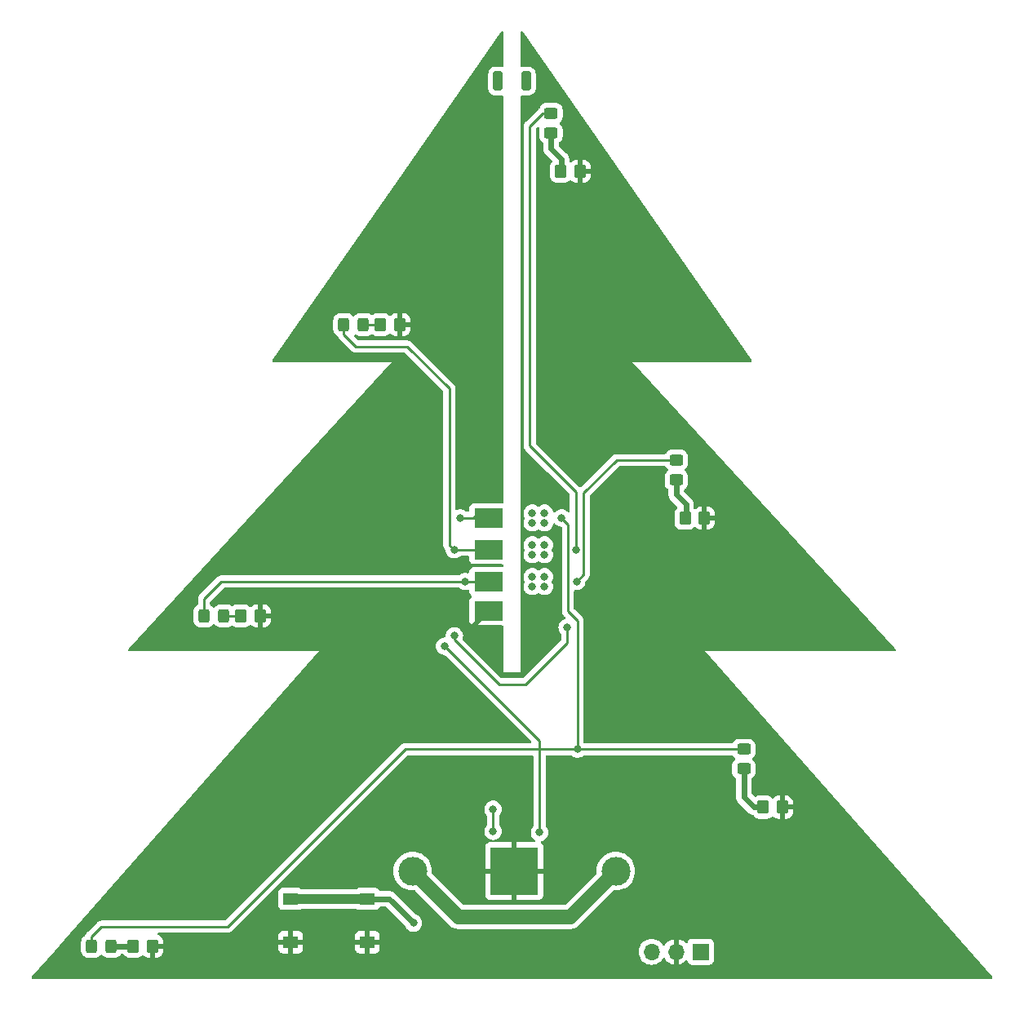
<source format=gtl>
G04 #@! TF.GenerationSoftware,KiCad,Pcbnew,7.0.8*
G04 #@! TF.CreationDate,2024-10-12T14:26:17+02:00*
G04 #@! TF.ProjectId,PCB_Christmas_Tree,5043425f-4368-4726-9973-746d61735f54,rev?*
G04 #@! TF.SameCoordinates,Original*
G04 #@! TF.FileFunction,Copper,L1,Top*
G04 #@! TF.FilePolarity,Positive*
%FSLAX46Y46*%
G04 Gerber Fmt 4.6, Leading zero omitted, Abs format (unit mm)*
G04 Created by KiCad (PCBNEW 7.0.8) date 2024-10-12 14:26:17*
%MOMM*%
%LPD*%
G01*
G04 APERTURE LIST*
G04 Aperture macros list*
%AMRoundRect*
0 Rectangle with rounded corners*
0 $1 Rounding radius*
0 $2 $3 $4 $5 $6 $7 $8 $9 X,Y pos of 4 corners*
0 Add a 4 corners polygon primitive as box body*
4,1,4,$2,$3,$4,$5,$6,$7,$8,$9,$2,$3,0*
0 Add four circle primitives for the rounded corners*
1,1,$1+$1,$2,$3*
1,1,$1+$1,$4,$5*
1,1,$1+$1,$6,$7*
1,1,$1+$1,$8,$9*
0 Add four rect primitives between the rounded corners*
20,1,$1+$1,$2,$3,$4,$5,0*
20,1,$1+$1,$4,$5,$6,$7,0*
20,1,$1+$1,$6,$7,$8,$9,0*
20,1,$1+$1,$8,$9,$2,$3,0*%
G04 Aperture macros list end*
G04 #@! TA.AperFunction,SMDPad,CuDef*
%ADD10RoundRect,0.250000X0.450000X-0.325000X0.450000X0.325000X-0.450000X0.325000X-0.450000X-0.325000X0*%
G04 #@! TD*
G04 #@! TA.AperFunction,SMDPad,CuDef*
%ADD11R,1.550000X1.300000*%
G04 #@! TD*
G04 #@! TA.AperFunction,SMDPad,CuDef*
%ADD12RoundRect,0.250000X0.325000X0.450000X-0.325000X0.450000X-0.325000X-0.450000X0.325000X-0.450000X0*%
G04 #@! TD*
G04 #@! TA.AperFunction,ComponentPad*
%ADD13C,3.000000*%
G04 #@! TD*
G04 #@! TA.AperFunction,SMDPad,CuDef*
%ADD14R,5.000000X5.000000*%
G04 #@! TD*
G04 #@! TA.AperFunction,SMDPad,CuDef*
%ADD15R,3.000000X2.000000*%
G04 #@! TD*
G04 #@! TA.AperFunction,SMDPad,CuDef*
%ADD16RoundRect,0.250000X-0.350000X-0.450000X0.350000X-0.450000X0.350000X0.450000X-0.350000X0.450000X0*%
G04 #@! TD*
G04 #@! TA.AperFunction,SMDPad,CuDef*
%ADD17RoundRect,0.250000X-0.250000X-0.750000X0.250000X-0.750000X0.250000X0.750000X-0.250000X0.750000X0*%
G04 #@! TD*
G04 #@! TA.AperFunction,ComponentPad*
%ADD18R,1.700000X1.700000*%
G04 #@! TD*
G04 #@! TA.AperFunction,ComponentPad*
%ADD19O,1.700000X1.700000*%
G04 #@! TD*
G04 #@! TA.AperFunction,ViaPad*
%ADD20C,0.800000*%
G04 #@! TD*
G04 #@! TA.AperFunction,Conductor*
%ADD21C,0.600000*%
G04 #@! TD*
G04 #@! TA.AperFunction,Conductor*
%ADD22C,0.250000*%
G04 #@! TD*
G04 #@! TA.AperFunction,Conductor*
%ADD23C,1.000000*%
G04 #@! TD*
G04 #@! TA.AperFunction,Conductor*
%ADD24C,1.500000*%
G04 #@! TD*
G04 APERTURE END LIST*
D10*
X173630000Y-115625000D03*
X173630000Y-113575000D03*
D11*
X134567000Y-133613000D03*
X126617000Y-133613000D03*
X134567000Y-129113000D03*
X126617000Y-129113000D03*
D12*
X119670000Y-99740000D03*
X117620000Y-99740000D03*
D13*
X139274000Y-126227000D03*
X160356000Y-126227000D03*
D14*
X149815000Y-126227000D03*
D15*
X147130000Y-89568000D03*
X147130000Y-92870000D03*
X147130000Y-96172000D03*
X147130000Y-99220000D03*
D10*
X166630000Y-85625000D03*
X166630000Y-83575000D03*
D16*
X175630000Y-119600000D03*
X177630000Y-119600000D03*
X167542500Y-89600000D03*
X169542500Y-89600000D03*
X154630000Y-53600000D03*
X156630000Y-53600000D03*
D17*
X151039000Y-44241000D03*
D16*
X110288000Y-134030000D03*
X112288000Y-134030000D03*
D17*
X148118000Y-44241000D03*
D16*
X135942000Y-69514000D03*
X137942000Y-69514000D03*
D12*
X107995000Y-134030000D03*
X105945000Y-134030000D03*
X134157000Y-69514000D03*
X132107000Y-69514000D03*
D16*
X121445000Y-99740000D03*
X123445000Y-99740000D03*
D10*
X153630000Y-49625000D03*
X153630000Y-47575000D03*
D18*
X169155000Y-134600000D03*
D19*
X166615000Y-134600000D03*
X164075000Y-134600000D03*
D20*
X148130000Y-44300000D03*
X151030000Y-44300000D03*
X139355000Y-131617000D03*
X144206400Y-89568000D03*
X152944000Y-90088000D03*
X142580800Y-102889600D03*
X151674000Y-90088000D03*
X152944000Y-89072000D03*
X156373000Y-113575000D03*
X154722000Y-89574000D03*
X152436000Y-122219000D03*
X147610000Y-89072000D03*
X147610000Y-90088000D03*
X151674000Y-89072000D03*
X146340000Y-89072000D03*
X146340000Y-90088000D03*
X144714400Y-96172000D03*
X151674000Y-96692000D03*
X147610000Y-119806000D03*
X146340000Y-95676000D03*
X151674000Y-95676000D03*
X147610000Y-96692000D03*
X156296800Y-96178000D03*
X152944000Y-96692000D03*
X152944000Y-95676000D03*
X146340000Y-96692000D03*
X147610000Y-95676000D03*
X147610000Y-122092000D03*
X147610000Y-93390000D03*
X152944000Y-92374000D03*
X151674000Y-93390000D03*
X147610000Y-92374000D03*
X151674000Y-92374000D03*
X146340000Y-92374000D03*
X146340000Y-93390000D03*
X143596800Y-101822800D03*
X143596800Y-92870000D03*
X155293500Y-100946500D03*
X156195200Y-92876000D03*
X152944000Y-93390000D03*
X132268400Y-133623600D03*
X146340000Y-73070000D03*
X145628800Y-124124000D03*
X146340000Y-78150000D03*
X125308800Y-99740000D03*
X123327600Y-97809600D03*
X154671200Y-87649600D03*
X154330000Y-94533000D03*
X150861200Y-119602800D03*
X159497200Y-69514000D03*
X146340000Y-70530000D03*
X128306000Y-89707000D03*
X153604400Y-124276400D03*
X122718000Y-122600000D03*
X154010800Y-119298000D03*
X142682400Y-55442400D03*
X152944000Y-98724000D03*
X152690000Y-78150000D03*
X147559200Y-103448400D03*
X146340000Y-65450000D03*
X154330000Y-91358000D03*
X139730000Y-136100000D03*
X149337200Y-119602800D03*
X151521600Y-103397600D03*
X151420000Y-87243200D03*
X152690000Y-60370000D03*
X145578000Y-128188000D03*
X152690000Y-80690000D03*
X157770000Y-121126800D03*
X147610000Y-98724000D03*
X162138800Y-130931200D03*
X142225200Y-124428800D03*
X126629600Y-131337600D03*
X152690000Y-75610000D03*
X147711600Y-101670400D03*
X129779200Y-133522000D03*
X145476400Y-119755200D03*
X176464400Y-97657200D03*
X151674000Y-99740000D03*
X156550800Y-55442400D03*
X158659000Y-134665000D03*
X176413600Y-101975200D03*
X146340000Y-98724000D03*
X160564000Y-129407200D03*
X151420000Y-101670400D03*
X120686000Y-120568000D03*
X152944000Y-99740000D03*
X123378400Y-101772000D03*
X152690000Y-73070000D03*
X151674000Y-98724000D03*
X146340000Y-83230000D03*
X146340000Y-67990000D03*
X152690000Y-67990000D03*
X126477200Y-135858800D03*
X158074800Y-124581200D03*
X139634400Y-69412400D03*
X146340000Y-57830000D03*
X152690000Y-70530000D03*
X147610000Y-99740000D03*
X177632800Y-117266000D03*
X180071200Y-119704400D03*
X186268800Y-136011200D03*
X146340000Y-55290000D03*
X152690000Y-62910000D03*
X183995000Y-134036000D03*
X177582000Y-122092000D03*
X145019200Y-135452400D03*
X154468000Y-135173000D03*
X152690000Y-57830000D03*
X122667200Y-118637600D03*
X146340000Y-99740000D03*
X112253200Y-136011200D03*
X146340000Y-80690000D03*
X151724800Y-84855600D03*
X114082000Y-134030000D03*
X134605200Y-131337600D03*
X130998400Y-131388400D03*
X143292000Y-121584000D03*
X158074800Y-122752400D03*
X152690000Y-65450000D03*
X146340000Y-75610000D03*
X146340000Y-62910000D03*
X136484800Y-126562400D03*
X174483200Y-99689200D03*
X161199000Y-134665000D03*
X158633600Y-130931200D03*
X134757600Y-127121200D03*
X152842400Y-101670400D03*
X152690000Y-55290000D03*
X154061600Y-126816400D03*
X146340000Y-60370000D03*
X146289200Y-101721200D03*
X123734000Y-133522000D03*
X147508400Y-87141600D03*
X134554400Y-135808000D03*
D21*
X173630000Y-115625000D02*
X173630000Y-118521000D01*
X173630000Y-118521000D02*
X174709000Y-119600000D01*
X154717500Y-52364500D02*
X154717500Y-53600000D01*
X166630000Y-87137000D02*
X167630000Y-88137000D01*
X153630000Y-51277000D02*
X154717500Y-52364500D01*
X110375500Y-134030000D02*
X107995000Y-134030000D01*
D22*
X119670000Y-99740000D02*
X121532500Y-99740000D01*
X134157000Y-69514000D02*
X136029500Y-69514000D01*
D21*
X153630000Y-49625000D02*
X153630000Y-51277000D01*
X167630000Y-88137000D02*
X167630000Y-89600000D01*
X174709000Y-119600000D02*
X175717500Y-119600000D01*
X166630000Y-85625000D02*
X166630000Y-87137000D01*
X139355000Y-131617000D02*
X136851000Y-129113000D01*
D23*
X126617000Y-129113000D02*
X134567000Y-129113000D01*
D21*
X136851000Y-129113000D02*
X134567000Y-129113000D01*
D22*
X152436000Y-122219000D02*
X152436000Y-113575000D01*
X147610000Y-89072000D02*
X147130000Y-89568000D01*
X146340000Y-89072000D02*
X146340000Y-89326000D01*
X105945000Y-134030000D02*
X105945000Y-133023000D01*
X120076400Y-131998000D02*
X138499400Y-113575000D01*
X155382400Y-90234400D02*
X154722000Y-89574000D01*
X156373000Y-113575000D02*
X153960000Y-113575000D01*
X106970000Y-131998000D02*
X120076400Y-131998000D01*
X144206400Y-89568000D02*
X145590000Y-89568000D01*
X146582000Y-89568000D02*
X147610000Y-90088000D01*
X155382400Y-99257400D02*
X155382400Y-90234400D01*
X173630000Y-113575000D02*
X156373000Y-113575000D01*
X147102000Y-89072000D02*
X147610000Y-89072000D01*
X105945000Y-133023000D02*
X106970000Y-131998000D01*
X147102000Y-90088000D02*
X147102000Y-89072000D01*
X147610000Y-90088000D02*
X147102000Y-90088000D01*
X145590000Y-89568000D02*
X146086000Y-89072000D01*
X156373000Y-113575000D02*
X156373000Y-100248000D01*
X153960000Y-113575000D02*
X152436000Y-113575000D01*
X146340000Y-89326000D02*
X146582000Y-89568000D01*
X138499400Y-113575000D02*
X147559200Y-113575000D01*
X146086000Y-89072000D02*
X146340000Y-89072000D01*
X142580800Y-102889600D02*
X152436000Y-112744800D01*
X152436000Y-112744800D02*
X152436000Y-113575000D01*
X147559200Y-113575000D02*
X152436000Y-113575000D01*
X146086000Y-89072000D02*
X146086000Y-89072000D01*
X156373000Y-100248000D02*
X155382400Y-99257400D01*
X147610000Y-119806000D02*
X147610000Y-122092000D01*
X146836000Y-96172000D02*
X147130000Y-96172000D01*
X157008000Y-86989200D02*
X160422200Y-83575000D01*
X160422200Y-83575000D02*
X166630000Y-83575000D01*
X144714400Y-96172000D02*
X145844000Y-96172000D01*
X156296800Y-96178000D02*
X157008000Y-95466800D01*
X146340000Y-95676000D02*
X146836000Y-96172000D01*
X157008000Y-95466800D02*
X157008000Y-86989200D01*
X145844000Y-96172000D02*
X146340000Y-95676000D01*
X119428000Y-96172000D02*
X117620000Y-97980000D01*
X144714400Y-96172000D02*
X119428000Y-96172000D01*
X117620000Y-97980000D02*
X117620000Y-99740000D01*
X143088800Y-76168800D02*
X138720000Y-71800000D01*
X151420000Y-82087000D02*
X151420000Y-48940000D01*
X145844000Y-92870000D02*
X146340000Y-92374000D01*
X156195200Y-86862200D02*
X151420000Y-82087000D01*
X143596800Y-92870000D02*
X143534000Y-92870000D01*
X143088800Y-92424800D02*
X143088800Y-76168800D01*
X151420000Y-48940000D02*
X152785000Y-47575000D01*
X146836000Y-92870000D02*
X147130000Y-92870000D01*
X132107000Y-70521000D02*
X132107000Y-69514000D01*
X133386000Y-71800000D02*
X132107000Y-70521000D01*
X146340000Y-92374000D02*
X146836000Y-92870000D01*
X150962800Y-106852000D02*
X155293500Y-102521300D01*
X143596800Y-92870000D02*
X147130000Y-92870000D01*
X155293500Y-102521300D02*
X155293500Y-100946500D01*
X138720000Y-71800000D02*
X133386000Y-71800000D01*
X152785000Y-47575000D02*
X153630000Y-47575000D01*
X143596800Y-102203800D02*
X148245000Y-106852000D01*
X143534000Y-92870000D02*
X143088800Y-92424800D01*
X148245000Y-106852000D02*
X150962800Y-106852000D01*
X143596800Y-101822800D02*
X143596800Y-102203800D01*
X156195200Y-92876000D02*
X156195200Y-86862200D01*
D24*
X160356000Y-126227000D02*
X155601000Y-130982000D01*
X155601000Y-130982000D02*
X144029000Y-130982000D01*
X144029000Y-130982000D02*
X139274000Y-126227000D01*
G04 #@! TA.AperFunction,Conductor*
G36*
X150685703Y-39102857D02*
G01*
X150706247Y-39125695D01*
X161623898Y-54799998D01*
X174443308Y-73204628D01*
X174465472Y-73270889D01*
X174448294Y-73338614D01*
X174397228Y-73386301D01*
X174341558Y-73399500D01*
X162080952Y-73399500D01*
X162080006Y-73399458D01*
X162079902Y-73399500D01*
X162079901Y-73399500D01*
X162079821Y-73399532D01*
X162079634Y-73399601D01*
X162079633Y-73399601D01*
X162079621Y-73399606D01*
X162079545Y-73399791D01*
X162079453Y-73399987D01*
X162079538Y-73400193D01*
X162079603Y-73400370D01*
X162080298Y-73401065D01*
X177376656Y-90088000D01*
X189284026Y-103077859D01*
X189388390Y-103191710D01*
X189419180Y-103254430D01*
X189411173Y-103323839D01*
X189366911Y-103377901D01*
X189300448Y-103399452D01*
X189296983Y-103399500D01*
X169582648Y-103399500D01*
X169580022Y-103399416D01*
X169579585Y-103399580D01*
X169579407Y-103399973D01*
X169579567Y-103400392D01*
X169581370Y-103402309D01*
X199397090Y-137193459D01*
X199426684Y-137256751D01*
X199417362Y-137325996D01*
X199372084Y-137379209D01*
X199305224Y-137399495D01*
X199304110Y-137399500D01*
X99855889Y-137399500D01*
X99788850Y-137379815D01*
X99743095Y-137327011D01*
X99733151Y-137257853D01*
X99762176Y-137194297D01*
X99762909Y-137193459D01*
X102113019Y-134530001D01*
X104869500Y-134530001D01*
X104869501Y-134530019D01*
X104880000Y-134632796D01*
X104880001Y-134632799D01*
X104935185Y-134799331D01*
X104935187Y-134799336D01*
X104961921Y-134842679D01*
X105027288Y-134948656D01*
X105151344Y-135072712D01*
X105300666Y-135164814D01*
X105467203Y-135219999D01*
X105569991Y-135230500D01*
X106320008Y-135230499D01*
X106320016Y-135230498D01*
X106320019Y-135230498D01*
X106376302Y-135224748D01*
X106422797Y-135219999D01*
X106589334Y-135164814D01*
X106738656Y-135072712D01*
X106862712Y-134948656D01*
X106864461Y-134945819D01*
X106866169Y-134944283D01*
X106867193Y-134942989D01*
X106867414Y-134943163D01*
X106916406Y-134899096D01*
X106985368Y-134887872D01*
X107049451Y-134915713D01*
X107075537Y-134945817D01*
X107077288Y-134948656D01*
X107201344Y-135072712D01*
X107350666Y-135164814D01*
X107517203Y-135219999D01*
X107619991Y-135230500D01*
X108370008Y-135230499D01*
X108370016Y-135230498D01*
X108370019Y-135230498D01*
X108426302Y-135224748D01*
X108472797Y-135219999D01*
X108639334Y-135164814D01*
X108788656Y-135072712D01*
X108912712Y-134948656D01*
X108949259Y-134889402D01*
X109001207Y-134842679D01*
X109054798Y-134830500D01*
X109203202Y-134830500D01*
X109270241Y-134850185D01*
X109308739Y-134889401D01*
X109345288Y-134948656D01*
X109469344Y-135072712D01*
X109618666Y-135164814D01*
X109785203Y-135219999D01*
X109887991Y-135230500D01*
X110688008Y-135230499D01*
X110688016Y-135230498D01*
X110688019Y-135230498D01*
X110744302Y-135224748D01*
X110790797Y-135219999D01*
X110957334Y-135164814D01*
X111106656Y-135072712D01*
X111200675Y-134978692D01*
X111261994Y-134945210D01*
X111331686Y-134950194D01*
X111376034Y-134978695D01*
X111469654Y-135072315D01*
X111618875Y-135164356D01*
X111618880Y-135164358D01*
X111785302Y-135219505D01*
X111785309Y-135219506D01*
X111888019Y-135229999D01*
X112037999Y-135229999D01*
X112038000Y-135229998D01*
X112038000Y-134280000D01*
X112538000Y-134280000D01*
X112538000Y-135229999D01*
X112687972Y-135229999D01*
X112687986Y-135229998D01*
X112790697Y-135219505D01*
X112957119Y-135164358D01*
X112957124Y-135164356D01*
X113106345Y-135072315D01*
X113230315Y-134948345D01*
X113322356Y-134799124D01*
X113322358Y-134799119D01*
X113377505Y-134632697D01*
X113377506Y-134632690D01*
X113387999Y-134529986D01*
X113388000Y-134529973D01*
X113388000Y-134280000D01*
X112538000Y-134280000D01*
X112038000Y-134280000D01*
X112038000Y-133904000D01*
X112050039Y-133863000D01*
X125342000Y-133863000D01*
X125342000Y-134310844D01*
X125348401Y-134370372D01*
X125348403Y-134370379D01*
X125398645Y-134505086D01*
X125398649Y-134505093D01*
X125484809Y-134620187D01*
X125484812Y-134620190D01*
X125599906Y-134706350D01*
X125599913Y-134706354D01*
X125734620Y-134756596D01*
X125734627Y-134756598D01*
X125794155Y-134762999D01*
X125794172Y-134763000D01*
X126367000Y-134763000D01*
X126367000Y-133863000D01*
X126867000Y-133863000D01*
X126867000Y-134763000D01*
X127439828Y-134763000D01*
X127439844Y-134762999D01*
X127499372Y-134756598D01*
X127499379Y-134756596D01*
X127634086Y-134706354D01*
X127634093Y-134706350D01*
X127749187Y-134620190D01*
X127749190Y-134620187D01*
X127835350Y-134505093D01*
X127835354Y-134505086D01*
X127885596Y-134370379D01*
X127885598Y-134370372D01*
X127891999Y-134310844D01*
X127892000Y-134310827D01*
X127892000Y-133863000D01*
X133292000Y-133863000D01*
X133292000Y-134310844D01*
X133298401Y-134370372D01*
X133298403Y-134370379D01*
X133348645Y-134505086D01*
X133348649Y-134505093D01*
X133434809Y-134620187D01*
X133434812Y-134620190D01*
X133549906Y-134706350D01*
X133549913Y-134706354D01*
X133684620Y-134756596D01*
X133684627Y-134756598D01*
X133744155Y-134762999D01*
X133744172Y-134763000D01*
X134317000Y-134763000D01*
X134317000Y-133863000D01*
X134817000Y-133863000D01*
X134817000Y-134763000D01*
X135389828Y-134763000D01*
X135389844Y-134762999D01*
X135449372Y-134756598D01*
X135449379Y-134756596D01*
X135584086Y-134706354D01*
X135584093Y-134706350D01*
X135699187Y-134620190D01*
X135699190Y-134620187D01*
X135714302Y-134600000D01*
X162719341Y-134600000D01*
X162739936Y-134835403D01*
X162739938Y-134835413D01*
X162801094Y-135063655D01*
X162801096Y-135063659D01*
X162801097Y-135063663D01*
X162884155Y-135241781D01*
X162900965Y-135277830D01*
X162900967Y-135277834D01*
X163009281Y-135432521D01*
X163036505Y-135471401D01*
X163203599Y-135638495D01*
X163300384Y-135706265D01*
X163397165Y-135774032D01*
X163397167Y-135774033D01*
X163397170Y-135774035D01*
X163611337Y-135873903D01*
X163839592Y-135935063D01*
X164016034Y-135950500D01*
X164074999Y-135955659D01*
X164075000Y-135955659D01*
X164075001Y-135955659D01*
X164133966Y-135950500D01*
X164310408Y-135935063D01*
X164538663Y-135873903D01*
X164752830Y-135774035D01*
X164946401Y-135638495D01*
X165113495Y-135471401D01*
X165243730Y-135285405D01*
X165298307Y-135241781D01*
X165367805Y-135234587D01*
X165430160Y-135266110D01*
X165446879Y-135285405D01*
X165576890Y-135471078D01*
X165743917Y-135638105D01*
X165937421Y-135773600D01*
X166151507Y-135873429D01*
X166151516Y-135873433D01*
X166365000Y-135930634D01*
X166365000Y-135035501D01*
X166472685Y-135084680D01*
X166579237Y-135100000D01*
X166650763Y-135100000D01*
X166757315Y-135084680D01*
X166865000Y-135035501D01*
X166865000Y-135930633D01*
X167078483Y-135873433D01*
X167078492Y-135873429D01*
X167292578Y-135773600D01*
X167486078Y-135638108D01*
X167608133Y-135516053D01*
X167669456Y-135482568D01*
X167739148Y-135487552D01*
X167795082Y-135529423D01*
X167811997Y-135560401D01*
X167861202Y-135692328D01*
X167861206Y-135692335D01*
X167947452Y-135807544D01*
X167947455Y-135807547D01*
X168062664Y-135893793D01*
X168062671Y-135893797D01*
X168197517Y-135944091D01*
X168197516Y-135944091D01*
X168204444Y-135944835D01*
X168257127Y-135950500D01*
X170052872Y-135950499D01*
X170112483Y-135944091D01*
X170247331Y-135893796D01*
X170362546Y-135807546D01*
X170448796Y-135692331D01*
X170499091Y-135557483D01*
X170505500Y-135497873D01*
X170505499Y-133702128D01*
X170499091Y-133642517D01*
X170498002Y-133639598D01*
X170448797Y-133507671D01*
X170448793Y-133507664D01*
X170362547Y-133392455D01*
X170362544Y-133392452D01*
X170247335Y-133306206D01*
X170247328Y-133306202D01*
X170112482Y-133255908D01*
X170112483Y-133255908D01*
X170052883Y-133249501D01*
X170052881Y-133249500D01*
X170052873Y-133249500D01*
X170052864Y-133249500D01*
X168257129Y-133249500D01*
X168257123Y-133249501D01*
X168197516Y-133255908D01*
X168062671Y-133306202D01*
X168062664Y-133306206D01*
X167947455Y-133392452D01*
X167947452Y-133392455D01*
X167861206Y-133507664D01*
X167861202Y-133507671D01*
X167811997Y-133639598D01*
X167770126Y-133695532D01*
X167704661Y-133719949D01*
X167636388Y-133705097D01*
X167608134Y-133683946D01*
X167486082Y-133561894D01*
X167292578Y-133426399D01*
X167078492Y-133326570D01*
X167078486Y-133326567D01*
X166865000Y-133269364D01*
X166865000Y-134164498D01*
X166757315Y-134115320D01*
X166650763Y-134100000D01*
X166579237Y-134100000D01*
X166472685Y-134115320D01*
X166365000Y-134164498D01*
X166365000Y-133269364D01*
X166364999Y-133269364D01*
X166151513Y-133326567D01*
X166151507Y-133326570D01*
X165937422Y-133426399D01*
X165937420Y-133426400D01*
X165743926Y-133561886D01*
X165743920Y-133561891D01*
X165576891Y-133728920D01*
X165576890Y-133728922D01*
X165446880Y-133914595D01*
X165392303Y-133958219D01*
X165322804Y-133965412D01*
X165260450Y-133933890D01*
X165243730Y-133914594D01*
X165113494Y-133728597D01*
X164946402Y-133561506D01*
X164946395Y-133561501D01*
X164752834Y-133425967D01*
X164752830Y-133425965D01*
X164752828Y-133425964D01*
X164538663Y-133326097D01*
X164538659Y-133326096D01*
X164538655Y-133326094D01*
X164310413Y-133264938D01*
X164310403Y-133264936D01*
X164075001Y-133244341D01*
X164074999Y-133244341D01*
X163839596Y-133264936D01*
X163839586Y-133264938D01*
X163611344Y-133326094D01*
X163611335Y-133326098D01*
X163397171Y-133425964D01*
X163397169Y-133425965D01*
X163203597Y-133561505D01*
X163036505Y-133728597D01*
X162900965Y-133922169D01*
X162900964Y-133922171D01*
X162801098Y-134136335D01*
X162801094Y-134136344D01*
X162739938Y-134364586D01*
X162739936Y-134364596D01*
X162719341Y-134599999D01*
X162719341Y-134600000D01*
X135714302Y-134600000D01*
X135785350Y-134505093D01*
X135785354Y-134505086D01*
X135835596Y-134370379D01*
X135835598Y-134370372D01*
X135841999Y-134310844D01*
X135842000Y-134310827D01*
X135842000Y-133863000D01*
X134817000Y-133863000D01*
X134317000Y-133863000D01*
X133292000Y-133863000D01*
X127892000Y-133863000D01*
X126867000Y-133863000D01*
X126367000Y-133863000D01*
X125342000Y-133863000D01*
X112050039Y-133863000D01*
X112057685Y-133836961D01*
X112110489Y-133791206D01*
X112162000Y-133780000D01*
X113387999Y-133780000D01*
X113387999Y-133530028D01*
X113387998Y-133530013D01*
X113377505Y-133427302D01*
X113356197Y-133363000D01*
X125342000Y-133363000D01*
X126367000Y-133363000D01*
X126367000Y-132463000D01*
X126867000Y-132463000D01*
X126867000Y-133363000D01*
X127892000Y-133363000D01*
X133292000Y-133363000D01*
X134317000Y-133363000D01*
X134317000Y-132463000D01*
X134817000Y-132463000D01*
X134817000Y-133363000D01*
X135842000Y-133363000D01*
X135842000Y-132915172D01*
X135841999Y-132915155D01*
X135835598Y-132855627D01*
X135835596Y-132855620D01*
X135785354Y-132720913D01*
X135785350Y-132720906D01*
X135699190Y-132605812D01*
X135699187Y-132605809D01*
X135584093Y-132519649D01*
X135584086Y-132519645D01*
X135449379Y-132469403D01*
X135449372Y-132469401D01*
X135389844Y-132463000D01*
X134817000Y-132463000D01*
X134317000Y-132463000D01*
X133744155Y-132463000D01*
X133684627Y-132469401D01*
X133684620Y-132469403D01*
X133549913Y-132519645D01*
X133549906Y-132519649D01*
X133434812Y-132605809D01*
X133434809Y-132605812D01*
X133348649Y-132720906D01*
X133348645Y-132720913D01*
X133298403Y-132855620D01*
X133298401Y-132855627D01*
X133292000Y-132915155D01*
X133292000Y-133363000D01*
X127892000Y-133363000D01*
X127892000Y-132915172D01*
X127891999Y-132915155D01*
X127885598Y-132855627D01*
X127885596Y-132855620D01*
X127835354Y-132720913D01*
X127835350Y-132720906D01*
X127749190Y-132605812D01*
X127749187Y-132605809D01*
X127634093Y-132519649D01*
X127634086Y-132519645D01*
X127499379Y-132469403D01*
X127499372Y-132469401D01*
X127439844Y-132463000D01*
X126867000Y-132463000D01*
X126367000Y-132463000D01*
X125794155Y-132463000D01*
X125734627Y-132469401D01*
X125734620Y-132469403D01*
X125599913Y-132519645D01*
X125599906Y-132519649D01*
X125484812Y-132605809D01*
X125484809Y-132605812D01*
X125398649Y-132720906D01*
X125398645Y-132720913D01*
X125348403Y-132855620D01*
X125348401Y-132855627D01*
X125342000Y-132915155D01*
X125342000Y-133363000D01*
X113356197Y-133363000D01*
X113322358Y-133260880D01*
X113322356Y-133260875D01*
X113230315Y-133111654D01*
X113106345Y-132987684D01*
X112957124Y-132895643D01*
X112957119Y-132895641D01*
X112865271Y-132865206D01*
X112807826Y-132825433D01*
X112781003Y-132760918D01*
X112793318Y-132692142D01*
X112840861Y-132640942D01*
X112904275Y-132623500D01*
X119993657Y-132623500D01*
X120009277Y-132625224D01*
X120009304Y-132624939D01*
X120017060Y-132625671D01*
X120017067Y-132625673D01*
X120086214Y-132623500D01*
X120115750Y-132623500D01*
X120122628Y-132622630D01*
X120128441Y-132622172D01*
X120175027Y-132620709D01*
X120194269Y-132615117D01*
X120213312Y-132611174D01*
X120233192Y-132608664D01*
X120276522Y-132591507D01*
X120282046Y-132589617D01*
X120285796Y-132588527D01*
X120326790Y-132576618D01*
X120344029Y-132566422D01*
X120361503Y-132557862D01*
X120380127Y-132550488D01*
X120380127Y-132550487D01*
X120380132Y-132550486D01*
X120417849Y-132523082D01*
X120422705Y-132519892D01*
X120462820Y-132496170D01*
X120476989Y-132481999D01*
X120491779Y-132469368D01*
X120507987Y-132457594D01*
X120537699Y-132421676D01*
X120541612Y-132417376D01*
X123148118Y-129810870D01*
X125341500Y-129810870D01*
X125341501Y-129810876D01*
X125347908Y-129870483D01*
X125398202Y-130005328D01*
X125398206Y-130005335D01*
X125484452Y-130120544D01*
X125484455Y-130120547D01*
X125599664Y-130206793D01*
X125599671Y-130206797D01*
X125734517Y-130257091D01*
X125734516Y-130257091D01*
X125741444Y-130257835D01*
X125794127Y-130263500D01*
X127439872Y-130263499D01*
X127499483Y-130257091D01*
X127634331Y-130206796D01*
X127692819Y-130163011D01*
X127725920Y-130138233D01*
X127791385Y-130113816D01*
X127800231Y-130113500D01*
X133383769Y-130113500D01*
X133450808Y-130133185D01*
X133458080Y-130138233D01*
X133549668Y-130206795D01*
X133549671Y-130206797D01*
X133684517Y-130257091D01*
X133684516Y-130257091D01*
X133691444Y-130257835D01*
X133744127Y-130263500D01*
X135389872Y-130263499D01*
X135449483Y-130257091D01*
X135584331Y-130206796D01*
X135699546Y-130120546D01*
X135785796Y-130005331D01*
X135789960Y-129994165D01*
X135831829Y-129938234D01*
X135897293Y-129913816D01*
X135906141Y-129913500D01*
X136468060Y-129913500D01*
X136535099Y-129933185D01*
X136555741Y-129949819D01*
X138476262Y-131870340D01*
X138506512Y-131919703D01*
X138527818Y-131985277D01*
X138527821Y-131985284D01*
X138622467Y-132149216D01*
X138701722Y-132237237D01*
X138749129Y-132289888D01*
X138902265Y-132401148D01*
X138902270Y-132401151D01*
X139075192Y-132478142D01*
X139075197Y-132478144D01*
X139260354Y-132517500D01*
X139260355Y-132517500D01*
X139449644Y-132517500D01*
X139449646Y-132517500D01*
X139634803Y-132478144D01*
X139807730Y-132401151D01*
X139960871Y-132289888D01*
X140087533Y-132149216D01*
X140182179Y-131985284D01*
X140240674Y-131805256D01*
X140260460Y-131617000D01*
X140240674Y-131428744D01*
X140182179Y-131248716D01*
X140087533Y-131084784D01*
X139960871Y-130944112D01*
X139960870Y-130944111D01*
X139807734Y-130832851D01*
X139807729Y-130832848D01*
X139639809Y-130758084D01*
X139602564Y-130732486D01*
X137353262Y-128483184D01*
X137353259Y-128483182D01*
X137317904Y-128460966D01*
X137312229Y-128456940D01*
X137279589Y-128430910D01*
X137241959Y-128412787D01*
X137235872Y-128409422D01*
X137200525Y-128387212D01*
X137161114Y-128373421D01*
X137154688Y-128370759D01*
X137117061Y-128352639D01*
X137076345Y-128343345D01*
X137069662Y-128341420D01*
X137030259Y-128327632D01*
X136988763Y-128322955D01*
X136981908Y-128321791D01*
X136941200Y-128312501D01*
X136941196Y-128312500D01*
X136941194Y-128312500D01*
X136941191Y-128312500D01*
X135906141Y-128312500D01*
X135839102Y-128292815D01*
X135793347Y-128240011D01*
X135789969Y-128231859D01*
X135785796Y-128220669D01*
X135785793Y-128220665D01*
X135785793Y-128220664D01*
X135699547Y-128105455D01*
X135699544Y-128105452D01*
X135584335Y-128019206D01*
X135584328Y-128019202D01*
X135449482Y-127968908D01*
X135449483Y-127968908D01*
X135389883Y-127962501D01*
X135389881Y-127962500D01*
X135389873Y-127962500D01*
X135389864Y-127962500D01*
X133744129Y-127962500D01*
X133744123Y-127962501D01*
X133684516Y-127968908D01*
X133549671Y-128019202D01*
X133549668Y-128019204D01*
X133458080Y-128087767D01*
X133392615Y-128112184D01*
X133383769Y-128112500D01*
X127800231Y-128112500D01*
X127733192Y-128092815D01*
X127725920Y-128087767D01*
X127634331Y-128019204D01*
X127634328Y-128019202D01*
X127499482Y-127968908D01*
X127499483Y-127968908D01*
X127439883Y-127962501D01*
X127439881Y-127962500D01*
X127439873Y-127962500D01*
X127439864Y-127962500D01*
X125794129Y-127962500D01*
X125794123Y-127962501D01*
X125734516Y-127968908D01*
X125599671Y-128019202D01*
X125599664Y-128019206D01*
X125484455Y-128105452D01*
X125484452Y-128105455D01*
X125398206Y-128220664D01*
X125398202Y-128220671D01*
X125347908Y-128355517D01*
X125341501Y-128415116D01*
X125341500Y-128415135D01*
X125341500Y-129810870D01*
X123148118Y-129810870D01*
X126731988Y-126227001D01*
X137268390Y-126227001D01*
X137288804Y-126512433D01*
X137349628Y-126792037D01*
X137449635Y-127060166D01*
X137586770Y-127311309D01*
X137586775Y-127311317D01*
X137758254Y-127540387D01*
X137758270Y-127540405D01*
X137960594Y-127742729D01*
X137960612Y-127742745D01*
X138189682Y-127914224D01*
X138189690Y-127914229D01*
X138440833Y-128051364D01*
X138440832Y-128051364D01*
X138440836Y-128051365D01*
X138440839Y-128051367D01*
X138708954Y-128151369D01*
X138708960Y-128151370D01*
X138708962Y-128151371D01*
X138988566Y-128212195D01*
X138988568Y-128212195D01*
X138988572Y-128212196D01*
X139242220Y-128230337D01*
X139273999Y-128232610D01*
X139273999Y-128232609D01*
X139274000Y-128232610D01*
X139438822Y-128220821D01*
X139507095Y-128235673D01*
X139535350Y-128256824D01*
X143092642Y-131814116D01*
X143097279Y-131819304D01*
X143121492Y-131849666D01*
X143172967Y-131894639D01*
X143176000Y-131897474D01*
X143184470Y-131905944D01*
X143210312Y-131927519D01*
X143216814Y-131932947D01*
X143291004Y-131997765D01*
X143294750Y-132000003D01*
X143310624Y-132011265D01*
X143313981Y-132014068D01*
X143399659Y-132062683D01*
X143484236Y-132113215D01*
X143488327Y-132114750D01*
X143505955Y-132122996D01*
X143509755Y-132125153D01*
X143578523Y-132149216D01*
X143602746Y-132157692D01*
X143691930Y-132191164D01*
X143694976Y-132192307D01*
X143697565Y-132192776D01*
X143699274Y-132193087D01*
X143718089Y-132198053D01*
X143722217Y-132199498D01*
X143819527Y-132214910D01*
X143916450Y-132232500D01*
X143916453Y-132232500D01*
X143920828Y-132232500D01*
X143940231Y-132234028D01*
X143941938Y-132234297D01*
X143944540Y-132234710D01*
X144043002Y-132232500D01*
X155527293Y-132232500D01*
X155534231Y-132232889D01*
X155572827Y-132237238D01*
X155572829Y-132237237D01*
X155572830Y-132237238D01*
X155590586Y-132236040D01*
X155641032Y-132232639D01*
X155645188Y-132232500D01*
X155657147Y-132232500D01*
X155657155Y-132232500D01*
X155699123Y-132228722D01*
X155797412Y-132222096D01*
X155801646Y-132221028D01*
X155820841Y-132217767D01*
X155825188Y-132217377D01*
X155920165Y-132191164D01*
X156015683Y-132167096D01*
X156019655Y-132165291D01*
X156037962Y-132158654D01*
X156042170Y-132157493D01*
X156130935Y-132114746D01*
X156220626Y-132074007D01*
X156224220Y-132071516D01*
X156241035Y-132061724D01*
X156244973Y-132059829D01*
X156324676Y-132001921D01*
X156405654Y-131945820D01*
X156408743Y-131942730D01*
X156423545Y-131930088D01*
X156427078Y-131927522D01*
X156495153Y-131856320D01*
X160094650Y-128256822D01*
X160155971Y-128223339D01*
X160191175Y-128220821D01*
X160355999Y-128232610D01*
X160356000Y-128232610D01*
X160641428Y-128212196D01*
X160921046Y-128151369D01*
X161189161Y-128051367D01*
X161440315Y-127914226D01*
X161669395Y-127742739D01*
X161871739Y-127540395D01*
X162043226Y-127311315D01*
X162180367Y-127060161D01*
X162280369Y-126792046D01*
X162341196Y-126512428D01*
X162361610Y-126227000D01*
X162341196Y-125941572D01*
X162280369Y-125661954D01*
X162180367Y-125393839D01*
X162043226Y-125142685D01*
X162043224Y-125142682D01*
X161871745Y-124913612D01*
X161871729Y-124913594D01*
X161669405Y-124711270D01*
X161669387Y-124711254D01*
X161440317Y-124539775D01*
X161440309Y-124539770D01*
X161189166Y-124402635D01*
X161189167Y-124402635D01*
X161081915Y-124362632D01*
X160921046Y-124302631D01*
X160921043Y-124302630D01*
X160921037Y-124302628D01*
X160641433Y-124241804D01*
X160356001Y-124221390D01*
X160355999Y-124221390D01*
X160070566Y-124241804D01*
X159790962Y-124302628D01*
X159522833Y-124402635D01*
X159271690Y-124539770D01*
X159271682Y-124539775D01*
X159042612Y-124711254D01*
X159042594Y-124711270D01*
X158840270Y-124913594D01*
X158840254Y-124913612D01*
X158668775Y-125142682D01*
X158668770Y-125142690D01*
X158531635Y-125393833D01*
X158431628Y-125661962D01*
X158370804Y-125941566D01*
X158350390Y-126226999D01*
X158350390Y-126227000D01*
X158362178Y-126391822D01*
X158347326Y-126460095D01*
X158326175Y-126488349D01*
X155119345Y-129695181D01*
X155058022Y-129728666D01*
X155031664Y-129731500D01*
X144598336Y-129731500D01*
X144531297Y-129711815D01*
X144510655Y-129695181D01*
X141303824Y-126488350D01*
X141297626Y-126477000D01*
X146815000Y-126477000D01*
X146815000Y-128774844D01*
X146821401Y-128834372D01*
X146821403Y-128834379D01*
X146871645Y-128969086D01*
X146871649Y-128969093D01*
X146957809Y-129084187D01*
X146957812Y-129084190D01*
X147072906Y-129170350D01*
X147072913Y-129170354D01*
X147207620Y-129220596D01*
X147207627Y-129220598D01*
X147267155Y-129226999D01*
X147267172Y-129227000D01*
X149565000Y-129227000D01*
X149565000Y-126477000D01*
X150065000Y-126477000D01*
X150065000Y-129227000D01*
X152362828Y-129227000D01*
X152362844Y-129226999D01*
X152422372Y-129220598D01*
X152422379Y-129220596D01*
X152557086Y-129170354D01*
X152557093Y-129170350D01*
X152672187Y-129084190D01*
X152672190Y-129084187D01*
X152758350Y-128969093D01*
X152758354Y-128969086D01*
X152808596Y-128834379D01*
X152808598Y-128834372D01*
X152814999Y-128774844D01*
X152815000Y-128774827D01*
X152815000Y-126477000D01*
X150065000Y-126477000D01*
X149565000Y-126477000D01*
X146815000Y-126477000D01*
X141297626Y-126477000D01*
X141270339Y-126427027D01*
X141267821Y-126391822D01*
X141279610Y-126226999D01*
X141277337Y-126195220D01*
X141259196Y-125941572D01*
X141198369Y-125661954D01*
X141098367Y-125393839D01*
X140961226Y-125142685D01*
X140961224Y-125142682D01*
X140789745Y-124913612D01*
X140789729Y-124913594D01*
X140587405Y-124711270D01*
X140587387Y-124711254D01*
X140358317Y-124539775D01*
X140358309Y-124539770D01*
X140107166Y-124402635D01*
X140107167Y-124402635D01*
X139999915Y-124362632D01*
X139839046Y-124302631D01*
X139839043Y-124302630D01*
X139839037Y-124302628D01*
X139559433Y-124241804D01*
X139274001Y-124221390D01*
X139273999Y-124221390D01*
X138988566Y-124241804D01*
X138708962Y-124302628D01*
X138440833Y-124402635D01*
X138189690Y-124539770D01*
X138189682Y-124539775D01*
X137960612Y-124711254D01*
X137960594Y-124711270D01*
X137758270Y-124913594D01*
X137758254Y-124913612D01*
X137586775Y-125142682D01*
X137586770Y-125142690D01*
X137449635Y-125393833D01*
X137349628Y-125661962D01*
X137288804Y-125941566D01*
X137268390Y-126226998D01*
X137268390Y-126227001D01*
X126731988Y-126227001D01*
X130866990Y-122092000D01*
X146704540Y-122092000D01*
X146724326Y-122280256D01*
X146724327Y-122280259D01*
X146782818Y-122460277D01*
X146782821Y-122460284D01*
X146877467Y-122624216D01*
X146991817Y-122751214D01*
X147004129Y-122764888D01*
X147157265Y-122876148D01*
X147157270Y-122876151D01*
X147330192Y-122953142D01*
X147330197Y-122953144D01*
X147464591Y-122981710D01*
X147526073Y-123014902D01*
X147559849Y-123076065D01*
X147555197Y-123145780D01*
X147513592Y-123201912D01*
X147448245Y-123226641D01*
X147438810Y-123227000D01*
X147267155Y-123227000D01*
X147207627Y-123233401D01*
X147207620Y-123233403D01*
X147072913Y-123283645D01*
X147072906Y-123283649D01*
X146957812Y-123369809D01*
X146957809Y-123369812D01*
X146871649Y-123484906D01*
X146871645Y-123484913D01*
X146821403Y-123619620D01*
X146821401Y-123619627D01*
X146815000Y-123679155D01*
X146815000Y-125977000D01*
X149565000Y-125977000D01*
X149565000Y-123227000D01*
X147781190Y-123227000D01*
X147714151Y-123207315D01*
X147668396Y-123154511D01*
X147658452Y-123085353D01*
X147687477Y-123021797D01*
X147746255Y-122984023D01*
X147755409Y-122981710D01*
X147889803Y-122953144D01*
X148062730Y-122876151D01*
X148215871Y-122764888D01*
X148342533Y-122624216D01*
X148437179Y-122460284D01*
X148495674Y-122280256D01*
X148515460Y-122092000D01*
X148495674Y-121903744D01*
X148437179Y-121723716D01*
X148342533Y-121559784D01*
X148324982Y-121540292D01*
X148267350Y-121476284D01*
X148237120Y-121413292D01*
X148235500Y-121393312D01*
X148235500Y-120504687D01*
X148255185Y-120437648D01*
X148267350Y-120421715D01*
X148297949Y-120387731D01*
X148342533Y-120338216D01*
X148437179Y-120174284D01*
X148495674Y-119994256D01*
X148515460Y-119806000D01*
X148495674Y-119617744D01*
X148437179Y-119437716D01*
X148342533Y-119273784D01*
X148215871Y-119133112D01*
X148170335Y-119100028D01*
X148062734Y-119021851D01*
X148062729Y-119021848D01*
X147889807Y-118944857D01*
X147889802Y-118944855D01*
X147720303Y-118908828D01*
X147704646Y-118905500D01*
X147515354Y-118905500D01*
X147499697Y-118908828D01*
X147330197Y-118944855D01*
X147330192Y-118944857D01*
X147157270Y-119021848D01*
X147157265Y-119021851D01*
X147004129Y-119133111D01*
X146877466Y-119273785D01*
X146782821Y-119437715D01*
X146782818Y-119437722D01*
X146724327Y-119617740D01*
X146724326Y-119617744D01*
X146704540Y-119806000D01*
X146724326Y-119994256D01*
X146724327Y-119994259D01*
X146782818Y-120174277D01*
X146782821Y-120174284D01*
X146877467Y-120338216D01*
X146907504Y-120371575D01*
X146952650Y-120421715D01*
X146982880Y-120484706D01*
X146984500Y-120504687D01*
X146984500Y-121393312D01*
X146964815Y-121460351D01*
X146952650Y-121476284D01*
X146877466Y-121559784D01*
X146782821Y-121723715D01*
X146782818Y-121723722D01*
X146724327Y-121903740D01*
X146724326Y-121903744D01*
X146704540Y-122092000D01*
X130866990Y-122092000D01*
X138722172Y-114236819D01*
X138783495Y-114203334D01*
X138809853Y-114200500D01*
X147480181Y-114200500D01*
X151686500Y-114200500D01*
X151753539Y-114220185D01*
X151799294Y-114272989D01*
X151810500Y-114324500D01*
X151810500Y-121520312D01*
X151790815Y-121587351D01*
X151778650Y-121603284D01*
X151703466Y-121686784D01*
X151608821Y-121850715D01*
X151608818Y-121850722D01*
X151550327Y-122030740D01*
X151550326Y-122030744D01*
X151530540Y-122219000D01*
X151550326Y-122407256D01*
X151550327Y-122407259D01*
X151608818Y-122587277D01*
X151608821Y-122587284D01*
X151703467Y-122751216D01*
X151815957Y-122876148D01*
X151830129Y-122891888D01*
X151982624Y-123002682D01*
X152025290Y-123058012D01*
X152031269Y-123127625D01*
X151998663Y-123189420D01*
X151937825Y-123223777D01*
X151909739Y-123227000D01*
X150065000Y-123227000D01*
X150065000Y-125977000D01*
X152815000Y-125977000D01*
X152815000Y-123679172D01*
X152814999Y-123679155D01*
X152808598Y-123619627D01*
X152808596Y-123619620D01*
X152758354Y-123484913D01*
X152758350Y-123484906D01*
X152672190Y-123369812D01*
X152599197Y-123315169D01*
X152557327Y-123259235D01*
X152552343Y-123189544D01*
X152585829Y-123128221D01*
X152647152Y-123094736D01*
X152715803Y-123080144D01*
X152888730Y-123003151D01*
X153041871Y-122891888D01*
X153168533Y-122751216D01*
X153263179Y-122587284D01*
X153321674Y-122407256D01*
X153341460Y-122219000D01*
X153321674Y-122030744D01*
X153263179Y-121850716D01*
X153168533Y-121686784D01*
X153093350Y-121603284D01*
X153063120Y-121540292D01*
X153061500Y-121520312D01*
X153061500Y-114324500D01*
X153081185Y-114257461D01*
X153133989Y-114211706D01*
X153185500Y-114200500D01*
X153880981Y-114200500D01*
X155669252Y-114200500D01*
X155736291Y-114220185D01*
X155761400Y-114241526D01*
X155767126Y-114247885D01*
X155767130Y-114247889D01*
X155920265Y-114359148D01*
X155920270Y-114359151D01*
X156093192Y-114436142D01*
X156093197Y-114436144D01*
X156278354Y-114475500D01*
X156278355Y-114475500D01*
X156467644Y-114475500D01*
X156467646Y-114475500D01*
X156652803Y-114436144D01*
X156825730Y-114359151D01*
X156978871Y-114247888D01*
X156981788Y-114244647D01*
X156984600Y-114241526D01*
X157044087Y-114204879D01*
X157076748Y-114200500D01*
X172414362Y-114200500D01*
X172481401Y-114220185D01*
X172519899Y-114259401D01*
X172587288Y-114368656D01*
X172587289Y-114368657D01*
X172711346Y-114492714D01*
X172714182Y-114494463D01*
X172715717Y-114496170D01*
X172717011Y-114497193D01*
X172716836Y-114497414D01*
X172760905Y-114546411D01*
X172772126Y-114615374D01*
X172744282Y-114679456D01*
X172714182Y-114705537D01*
X172711346Y-114707285D01*
X172587289Y-114831342D01*
X172495187Y-114980663D01*
X172495186Y-114980666D01*
X172440001Y-115147203D01*
X172440001Y-115147204D01*
X172440000Y-115147204D01*
X172429500Y-115249983D01*
X172429500Y-116000001D01*
X172429501Y-116000019D01*
X172440000Y-116102796D01*
X172440001Y-116102799D01*
X172495185Y-116269331D01*
X172495186Y-116269334D01*
X172587288Y-116418656D01*
X172711344Y-116542712D01*
X172770596Y-116579258D01*
X172817321Y-116631204D01*
X172829500Y-116684797D01*
X172829500Y-118611191D01*
X172829501Y-118611200D01*
X172838791Y-118651908D01*
X172839955Y-118658763D01*
X172844632Y-118700259D01*
X172858420Y-118739662D01*
X172860345Y-118746345D01*
X172869639Y-118787061D01*
X172887759Y-118824688D01*
X172890421Y-118831114D01*
X172904212Y-118870525D01*
X172926422Y-118905872D01*
X172929787Y-118911959D01*
X172947910Y-118949589D01*
X172973940Y-118982229D01*
X172977966Y-118987904D01*
X173000182Y-119023259D01*
X173000184Y-119023262D01*
X174206740Y-120229818D01*
X174219790Y-120238017D01*
X174242104Y-120252038D01*
X174247757Y-120256049D01*
X174280413Y-120282091D01*
X174318044Y-120300213D01*
X174324106Y-120303563D01*
X174359478Y-120325789D01*
X174398898Y-120339583D01*
X174405326Y-120342245D01*
X174442939Y-120360359D01*
X174483655Y-120369652D01*
X174490324Y-120371574D01*
X174529745Y-120385368D01*
X174550727Y-120387732D01*
X174615139Y-120414796D01*
X174642383Y-120445855D01*
X174687285Y-120518652D01*
X174687288Y-120518656D01*
X174811344Y-120642712D01*
X174960666Y-120734814D01*
X175127203Y-120789999D01*
X175229991Y-120800500D01*
X176030008Y-120800499D01*
X176030016Y-120800498D01*
X176030019Y-120800498D01*
X176086302Y-120794748D01*
X176132797Y-120789999D01*
X176299334Y-120734814D01*
X176448656Y-120642712D01*
X176542675Y-120548692D01*
X176603994Y-120515210D01*
X176673686Y-120520194D01*
X176718034Y-120548695D01*
X176811654Y-120642315D01*
X176960875Y-120734356D01*
X176960880Y-120734358D01*
X177127302Y-120789505D01*
X177127309Y-120789506D01*
X177230019Y-120799999D01*
X177379999Y-120799999D01*
X177380000Y-120799998D01*
X177380000Y-119850000D01*
X177880000Y-119850000D01*
X177880000Y-120799999D01*
X178029972Y-120799999D01*
X178029986Y-120799998D01*
X178132697Y-120789505D01*
X178299119Y-120734358D01*
X178299124Y-120734356D01*
X178448345Y-120642315D01*
X178572315Y-120518345D01*
X178664356Y-120369124D01*
X178664358Y-120369119D01*
X178719505Y-120202697D01*
X178719506Y-120202690D01*
X178729999Y-120099986D01*
X178730000Y-120099973D01*
X178730000Y-119850000D01*
X177880000Y-119850000D01*
X177380000Y-119850000D01*
X177380000Y-118400000D01*
X177880000Y-118400000D01*
X177880000Y-119350000D01*
X178729999Y-119350000D01*
X178729999Y-119100028D01*
X178729998Y-119100013D01*
X178719505Y-118997302D01*
X178664358Y-118830880D01*
X178664356Y-118830875D01*
X178572315Y-118681654D01*
X178448345Y-118557684D01*
X178299124Y-118465643D01*
X178299119Y-118465641D01*
X178132697Y-118410494D01*
X178132690Y-118410493D01*
X178029986Y-118400000D01*
X177880000Y-118400000D01*
X177380000Y-118400000D01*
X177230027Y-118400000D01*
X177230012Y-118400001D01*
X177127302Y-118410494D01*
X176960880Y-118465641D01*
X176960875Y-118465643D01*
X176811657Y-118557682D01*
X176718034Y-118651305D01*
X176656710Y-118684789D01*
X176587019Y-118679805D01*
X176542672Y-118651304D01*
X176448657Y-118557289D01*
X176448656Y-118557288D01*
X176299334Y-118465186D01*
X176132797Y-118410001D01*
X176132795Y-118410000D01*
X176030010Y-118399500D01*
X175229998Y-118399500D01*
X175229980Y-118399501D01*
X175127203Y-118410000D01*
X175127200Y-118410001D01*
X174960668Y-118465185D01*
X174960659Y-118465189D01*
X174886765Y-118510768D01*
X174819373Y-118529208D01*
X174752709Y-118508285D01*
X174733988Y-118492910D01*
X174466819Y-118225741D01*
X174433334Y-118164418D01*
X174430500Y-118138060D01*
X174430500Y-116684797D01*
X174450185Y-116617758D01*
X174489403Y-116579258D01*
X174548656Y-116542712D01*
X174672712Y-116418656D01*
X174764814Y-116269334D01*
X174819999Y-116102797D01*
X174830500Y-116000009D01*
X174830499Y-115249992D01*
X174819999Y-115147203D01*
X174764814Y-114980666D01*
X174672712Y-114831344D01*
X174548656Y-114707288D01*
X174545819Y-114705538D01*
X174544283Y-114703830D01*
X174542989Y-114702807D01*
X174543163Y-114702585D01*
X174499096Y-114653594D01*
X174487872Y-114584632D01*
X174515713Y-114520549D01*
X174545817Y-114494462D01*
X174548656Y-114492712D01*
X174672712Y-114368656D01*
X174764814Y-114219334D01*
X174819999Y-114052797D01*
X174830500Y-113950009D01*
X174830499Y-113199992D01*
X174825967Y-113155631D01*
X174819999Y-113097203D01*
X174819998Y-113097200D01*
X174764814Y-112930666D01*
X174672712Y-112781344D01*
X174548656Y-112657288D01*
X174399334Y-112565186D01*
X174232797Y-112510001D01*
X174232795Y-112510000D01*
X174130010Y-112499500D01*
X173129998Y-112499500D01*
X173129980Y-112499501D01*
X173027203Y-112510000D01*
X173027200Y-112510001D01*
X172860668Y-112565185D01*
X172860663Y-112565187D01*
X172711342Y-112657289D01*
X172587289Y-112781342D01*
X172587288Y-112781344D01*
X172528281Y-112877011D01*
X172519901Y-112890597D01*
X172467953Y-112937321D01*
X172414362Y-112949500D01*
X157122500Y-112949500D01*
X157055461Y-112929815D01*
X157009706Y-112877011D01*
X156998500Y-112825500D01*
X156998500Y-100330742D01*
X157000224Y-100315122D01*
X156999939Y-100315096D01*
X157000671Y-100307340D01*
X157000673Y-100307333D01*
X156998500Y-100238185D01*
X156998500Y-100208650D01*
X156997631Y-100201772D01*
X156997172Y-100195943D01*
X156995709Y-100149372D01*
X156990122Y-100130144D01*
X156986174Y-100111084D01*
X156983663Y-100091204D01*
X156966512Y-100047887D01*
X156964619Y-100042358D01*
X156951618Y-99997609D01*
X156951616Y-99997606D01*
X156941423Y-99980371D01*
X156932861Y-99962894D01*
X156925487Y-99944270D01*
X156925486Y-99944268D01*
X156898079Y-99906545D01*
X156894888Y-99901686D01*
X156871172Y-99861583D01*
X156871165Y-99861574D01*
X156857006Y-99847415D01*
X156844368Y-99832619D01*
X156832594Y-99816413D01*
X156796688Y-99786709D01*
X156792376Y-99782786D01*
X156044219Y-99034628D01*
X156010734Y-98973305D01*
X156007900Y-98946947D01*
X156007900Y-97190337D01*
X156027585Y-97123298D01*
X156080389Y-97077543D01*
X156149547Y-97067599D01*
X156157680Y-97069047D01*
X156165189Y-97070643D01*
X156202154Y-97078500D01*
X156202155Y-97078500D01*
X156391444Y-97078500D01*
X156391446Y-97078500D01*
X156576603Y-97039144D01*
X156749530Y-96962151D01*
X156902671Y-96850888D01*
X157029333Y-96710216D01*
X157123979Y-96546284D01*
X157182474Y-96366256D01*
X157200121Y-96198345D01*
X157226705Y-96133732D01*
X157235752Y-96123636D01*
X157391786Y-95967602D01*
X157404048Y-95957780D01*
X157403865Y-95957559D01*
X157409867Y-95952592D01*
X157409877Y-95952586D01*
X157457241Y-95902148D01*
X157478120Y-95881270D01*
X157482373Y-95875786D01*
X157486150Y-95871363D01*
X157518062Y-95837382D01*
X157527714Y-95819823D01*
X157538389Y-95803572D01*
X157550674Y-95787736D01*
X157569186Y-95744952D01*
X157571742Y-95739735D01*
X157594197Y-95698892D01*
X157599180Y-95679480D01*
X157605477Y-95661091D01*
X157613438Y-95642695D01*
X157620729Y-95596653D01*
X157621908Y-95590962D01*
X157633500Y-95545819D01*
X157633500Y-95525783D01*
X157635027Y-95506382D01*
X157635171Y-95505474D01*
X157638160Y-95486604D01*
X157633775Y-95440215D01*
X157633500Y-95434377D01*
X157633500Y-87299652D01*
X157653185Y-87232613D01*
X157669819Y-87211971D01*
X160644972Y-84236819D01*
X160706295Y-84203334D01*
X160732653Y-84200500D01*
X165414362Y-84200500D01*
X165481401Y-84220185D01*
X165519901Y-84259403D01*
X165587289Y-84368657D01*
X165711346Y-84492714D01*
X165714182Y-84494463D01*
X165715717Y-84496170D01*
X165717011Y-84497193D01*
X165716836Y-84497414D01*
X165760905Y-84546411D01*
X165772126Y-84615374D01*
X165744282Y-84679456D01*
X165714182Y-84705537D01*
X165711346Y-84707285D01*
X165587289Y-84831342D01*
X165495187Y-84980663D01*
X165495186Y-84980666D01*
X165440001Y-85147203D01*
X165440001Y-85147204D01*
X165440000Y-85147204D01*
X165429500Y-85249983D01*
X165429500Y-86000001D01*
X165429501Y-86000019D01*
X165440000Y-86102796D01*
X165440001Y-86102799D01*
X165495185Y-86269331D01*
X165495186Y-86269334D01*
X165587288Y-86418656D01*
X165711344Y-86542712D01*
X165770596Y-86579258D01*
X165817321Y-86631204D01*
X165829500Y-86684797D01*
X165829500Y-87227191D01*
X165829501Y-87227200D01*
X165838791Y-87267908D01*
X165839955Y-87274763D01*
X165844632Y-87316259D01*
X165858420Y-87355662D01*
X165860345Y-87362345D01*
X165869639Y-87403061D01*
X165887759Y-87440688D01*
X165890421Y-87447114D01*
X165904212Y-87486525D01*
X165926422Y-87521872D01*
X165929787Y-87527959D01*
X165947910Y-87565589D01*
X165973940Y-87598229D01*
X165977966Y-87603904D01*
X166000182Y-87639259D01*
X166000184Y-87639262D01*
X166733859Y-88372937D01*
X166767344Y-88434260D01*
X166762360Y-88503952D01*
X166727964Y-88551194D01*
X166728951Y-88552181D01*
X166599789Y-88681342D01*
X166507687Y-88830663D01*
X166507685Y-88830668D01*
X166482326Y-88907197D01*
X166452501Y-88997203D01*
X166452501Y-88997204D01*
X166452500Y-88997204D01*
X166442000Y-89099983D01*
X166442000Y-90100001D01*
X166442001Y-90100019D01*
X166452500Y-90202796D01*
X166452501Y-90202799D01*
X166501991Y-90352148D01*
X166507686Y-90369334D01*
X166599788Y-90518656D01*
X166723844Y-90642712D01*
X166873166Y-90734814D01*
X167039703Y-90789999D01*
X167142491Y-90800500D01*
X167942508Y-90800499D01*
X167942516Y-90800498D01*
X167942519Y-90800498D01*
X168019071Y-90792678D01*
X168045297Y-90789999D01*
X168211834Y-90734814D01*
X168361156Y-90642712D01*
X168455175Y-90548692D01*
X168516494Y-90515210D01*
X168586186Y-90520194D01*
X168630534Y-90548695D01*
X168724154Y-90642315D01*
X168873375Y-90734356D01*
X168873380Y-90734358D01*
X169039802Y-90789505D01*
X169039809Y-90789506D01*
X169142519Y-90799999D01*
X169292499Y-90799999D01*
X169292500Y-90799998D01*
X169292500Y-89850000D01*
X169792500Y-89850000D01*
X169792500Y-90799999D01*
X169942472Y-90799999D01*
X169942486Y-90799998D01*
X170045197Y-90789505D01*
X170211619Y-90734358D01*
X170211624Y-90734356D01*
X170360845Y-90642315D01*
X170484815Y-90518345D01*
X170576856Y-90369124D01*
X170576858Y-90369119D01*
X170632005Y-90202697D01*
X170632006Y-90202690D01*
X170642499Y-90099986D01*
X170642500Y-90099973D01*
X170642500Y-89850000D01*
X169792500Y-89850000D01*
X169292500Y-89850000D01*
X169292500Y-88400000D01*
X169792500Y-88400000D01*
X169792500Y-89350000D01*
X170642499Y-89350000D01*
X170642499Y-89100028D01*
X170642498Y-89100013D01*
X170632005Y-88997302D01*
X170576858Y-88830880D01*
X170576856Y-88830875D01*
X170484815Y-88681654D01*
X170360845Y-88557684D01*
X170211624Y-88465643D01*
X170211619Y-88465641D01*
X170045197Y-88410494D01*
X170045190Y-88410493D01*
X169942486Y-88400000D01*
X169792500Y-88400000D01*
X169292500Y-88400000D01*
X169142527Y-88400000D01*
X169142512Y-88400001D01*
X169039802Y-88410494D01*
X168873380Y-88465641D01*
X168873375Y-88465643D01*
X168724154Y-88557684D01*
X168642181Y-88639658D01*
X168580858Y-88673143D01*
X168511166Y-88668159D01*
X168455233Y-88626287D01*
X168430816Y-88560823D01*
X168430500Y-88551977D01*
X168430500Y-88046807D01*
X168430500Y-88046806D01*
X168421207Y-88006093D01*
X168420042Y-87999233D01*
X168415368Y-87957745D01*
X168415367Y-87957742D01*
X168401576Y-87918328D01*
X168399650Y-87911641D01*
X168390360Y-87870939D01*
X168372238Y-87833307D01*
X168369583Y-87826899D01*
X168355789Y-87787478D01*
X168333574Y-87752123D01*
X168330208Y-87746033D01*
X168312092Y-87708415D01*
X168312090Y-87708411D01*
X168286060Y-87675770D01*
X168282033Y-87670096D01*
X168259816Y-87634738D01*
X167466819Y-86841741D01*
X167433334Y-86780418D01*
X167430500Y-86754060D01*
X167430500Y-86684797D01*
X167450185Y-86617758D01*
X167489403Y-86579258D01*
X167548656Y-86542712D01*
X167672712Y-86418656D01*
X167764814Y-86269334D01*
X167819999Y-86102797D01*
X167830500Y-86000009D01*
X167830499Y-85249992D01*
X167819999Y-85147203D01*
X167764814Y-84980666D01*
X167672712Y-84831344D01*
X167548656Y-84707288D01*
X167545819Y-84705538D01*
X167544283Y-84703830D01*
X167542989Y-84702807D01*
X167543163Y-84702585D01*
X167499096Y-84653594D01*
X167487872Y-84584632D01*
X167515713Y-84520549D01*
X167545817Y-84494462D01*
X167548656Y-84492712D01*
X167672712Y-84368656D01*
X167764814Y-84219334D01*
X167819999Y-84052797D01*
X167830500Y-83950009D01*
X167830499Y-83199992D01*
X167825967Y-83155631D01*
X167819999Y-83097203D01*
X167819998Y-83097200D01*
X167813248Y-83076829D01*
X167764814Y-82930666D01*
X167672712Y-82781344D01*
X167548656Y-82657288D01*
X167399334Y-82565186D01*
X167232797Y-82510001D01*
X167232795Y-82510000D01*
X167130010Y-82499500D01*
X166129998Y-82499500D01*
X166129980Y-82499501D01*
X166027203Y-82510000D01*
X166027200Y-82510001D01*
X165860668Y-82565185D01*
X165860663Y-82565187D01*
X165711342Y-82657289D01*
X165587289Y-82781342D01*
X165519901Y-82890597D01*
X165467953Y-82937321D01*
X165414362Y-82949500D01*
X160504943Y-82949500D01*
X160489322Y-82947775D01*
X160489296Y-82948061D01*
X160481534Y-82947327D01*
X160481533Y-82947327D01*
X160412386Y-82949500D01*
X160382849Y-82949500D01*
X160375966Y-82950369D01*
X160370149Y-82950826D01*
X160323573Y-82952290D01*
X160304329Y-82957881D01*
X160285279Y-82961825D01*
X160265411Y-82964334D01*
X160222084Y-82981488D01*
X160216558Y-82983379D01*
X160171814Y-82996379D01*
X160171810Y-82996381D01*
X160154566Y-83006579D01*
X160137105Y-83015133D01*
X160118474Y-83022510D01*
X160118462Y-83022517D01*
X160080770Y-83049902D01*
X160075887Y-83053109D01*
X160035780Y-83076829D01*
X160021614Y-83090995D01*
X160006824Y-83103627D01*
X159990614Y-83115404D01*
X159990611Y-83115407D01*
X159960910Y-83151309D01*
X159956977Y-83155631D01*
X156752780Y-86359828D01*
X156691457Y-86393313D01*
X156621765Y-86388329D01*
X156577418Y-86359828D01*
X152081819Y-81864228D01*
X152048334Y-81802905D01*
X152045500Y-81776547D01*
X152045500Y-49250451D01*
X152065185Y-49183412D01*
X152081815Y-49162774D01*
X152239840Y-49004749D01*
X152301162Y-48971265D01*
X152370854Y-48976249D01*
X152426787Y-49018121D01*
X152451204Y-49083585D01*
X152445227Y-49131433D01*
X152440000Y-49147205D01*
X152429500Y-49249983D01*
X152429500Y-50000001D01*
X152429501Y-50000019D01*
X152440000Y-50102796D01*
X152440001Y-50102799D01*
X152495185Y-50269331D01*
X152495186Y-50269334D01*
X152587288Y-50418656D01*
X152711344Y-50542712D01*
X152770596Y-50579258D01*
X152817321Y-50631204D01*
X152829500Y-50684797D01*
X152829500Y-51367191D01*
X152829501Y-51367200D01*
X152838791Y-51407908D01*
X152839955Y-51414763D01*
X152844632Y-51456259D01*
X152858420Y-51495662D01*
X152860345Y-51502345D01*
X152869639Y-51543061D01*
X152887759Y-51580688D01*
X152890421Y-51587114D01*
X152904212Y-51626525D01*
X152926422Y-51661872D01*
X152929787Y-51667959D01*
X152947910Y-51705589D01*
X152973940Y-51738229D01*
X152977966Y-51743904D01*
X153000182Y-51779259D01*
X153000184Y-51779262D01*
X153707096Y-52486174D01*
X153740581Y-52547497D01*
X153735597Y-52617189D01*
X153707096Y-52661536D01*
X153687289Y-52681342D01*
X153595187Y-52830663D01*
X153595185Y-52830668D01*
X153595115Y-52830880D01*
X153540001Y-52997203D01*
X153540001Y-52997204D01*
X153540000Y-52997204D01*
X153529500Y-53099983D01*
X153529500Y-54100001D01*
X153529501Y-54100019D01*
X153540000Y-54202796D01*
X153540001Y-54202799D01*
X153595115Y-54369119D01*
X153595186Y-54369334D01*
X153687288Y-54518656D01*
X153811344Y-54642712D01*
X153960666Y-54734814D01*
X154127203Y-54789999D01*
X154229991Y-54800500D01*
X155030008Y-54800499D01*
X155030016Y-54800498D01*
X155030019Y-54800498D01*
X155086302Y-54794748D01*
X155132797Y-54789999D01*
X155299334Y-54734814D01*
X155448656Y-54642712D01*
X155542675Y-54548692D01*
X155603994Y-54515210D01*
X155673686Y-54520194D01*
X155718034Y-54548695D01*
X155811654Y-54642315D01*
X155960875Y-54734356D01*
X155960880Y-54734358D01*
X156127302Y-54789505D01*
X156127309Y-54789506D01*
X156230019Y-54799999D01*
X156379999Y-54799999D01*
X156380000Y-54799998D01*
X156380000Y-53850000D01*
X156880000Y-53850000D01*
X156880000Y-54799999D01*
X157029972Y-54799999D01*
X157029986Y-54799998D01*
X157132697Y-54789505D01*
X157299119Y-54734358D01*
X157299124Y-54734356D01*
X157448345Y-54642315D01*
X157572315Y-54518345D01*
X157664356Y-54369124D01*
X157664358Y-54369119D01*
X157719505Y-54202697D01*
X157719506Y-54202690D01*
X157729999Y-54099986D01*
X157730000Y-54099973D01*
X157730000Y-53850000D01*
X156880000Y-53850000D01*
X156380000Y-53850000D01*
X156380000Y-52400000D01*
X156880000Y-52400000D01*
X156880000Y-53350000D01*
X157729999Y-53350000D01*
X157729999Y-53100028D01*
X157729998Y-53100013D01*
X157719505Y-52997302D01*
X157664358Y-52830880D01*
X157664356Y-52830875D01*
X157572315Y-52681654D01*
X157448345Y-52557684D01*
X157299124Y-52465643D01*
X157299119Y-52465641D01*
X157132697Y-52410494D01*
X157132690Y-52410493D01*
X157029986Y-52400000D01*
X156880000Y-52400000D01*
X156380000Y-52400000D01*
X156230027Y-52400000D01*
X156230012Y-52400001D01*
X156127302Y-52410494D01*
X155960880Y-52465641D01*
X155960875Y-52465643D01*
X155811654Y-52557684D01*
X155729681Y-52639658D01*
X155668358Y-52673143D01*
X155598666Y-52668159D01*
X155542733Y-52626287D01*
X155518316Y-52560823D01*
X155518000Y-52551977D01*
X155518000Y-52274307D01*
X155518000Y-52274306D01*
X155508707Y-52233593D01*
X155507542Y-52226733D01*
X155502868Y-52185245D01*
X155502867Y-52185242D01*
X155489076Y-52145828D01*
X155487150Y-52139141D01*
X155477861Y-52098441D01*
X155459744Y-52060820D01*
X155457081Y-52054391D01*
X155443289Y-52014977D01*
X155432077Y-51997135D01*
X155421067Y-51979612D01*
X155417706Y-51973530D01*
X155399591Y-51935912D01*
X155399590Y-51935911D01*
X155373555Y-51903265D01*
X155369528Y-51897589D01*
X155347316Y-51862238D01*
X155219762Y-51734684D01*
X154466819Y-50981741D01*
X154433334Y-50920418D01*
X154430500Y-50894060D01*
X154430500Y-50684797D01*
X154450185Y-50617758D01*
X154489403Y-50579258D01*
X154548656Y-50542712D01*
X154672712Y-50418656D01*
X154764814Y-50269334D01*
X154819999Y-50102797D01*
X154830500Y-50000009D01*
X154830499Y-49249992D01*
X154819999Y-49147203D01*
X154764814Y-48980666D01*
X154672712Y-48831344D01*
X154548656Y-48707288D01*
X154545819Y-48705538D01*
X154544283Y-48703830D01*
X154542989Y-48702807D01*
X154543163Y-48702585D01*
X154499096Y-48653594D01*
X154487872Y-48584632D01*
X154515713Y-48520549D01*
X154545817Y-48494462D01*
X154548656Y-48492712D01*
X154672712Y-48368656D01*
X154764814Y-48219334D01*
X154819999Y-48052797D01*
X154830500Y-47950009D01*
X154830499Y-47199992D01*
X154825967Y-47155631D01*
X154819999Y-47097203D01*
X154819998Y-47097200D01*
X154764814Y-46930666D01*
X154672712Y-46781344D01*
X154548656Y-46657288D01*
X154399334Y-46565186D01*
X154232797Y-46510001D01*
X154232795Y-46510000D01*
X154130010Y-46499500D01*
X153129998Y-46499500D01*
X153129980Y-46499501D01*
X153027203Y-46510000D01*
X153027200Y-46510001D01*
X152860668Y-46565185D01*
X152860663Y-46565187D01*
X152711342Y-46657289D01*
X152587289Y-46781342D01*
X152495184Y-46930668D01*
X152473100Y-46997312D01*
X152433327Y-47054756D01*
X152418519Y-47065036D01*
X152398581Y-47076827D01*
X152384408Y-47091000D01*
X152369623Y-47103628D01*
X152353412Y-47115407D01*
X152323709Y-47151310D01*
X152319777Y-47155631D01*
X151036208Y-48439199D01*
X151023951Y-48449020D01*
X151024134Y-48449241D01*
X151018123Y-48454213D01*
X150970772Y-48504636D01*
X150949889Y-48525519D01*
X150949877Y-48525532D01*
X150945621Y-48531017D01*
X150941837Y-48535447D01*
X150909937Y-48569418D01*
X150909936Y-48569420D01*
X150900284Y-48586976D01*
X150889610Y-48603226D01*
X150877329Y-48619061D01*
X150877324Y-48619068D01*
X150858815Y-48661838D01*
X150856245Y-48667084D01*
X150833803Y-48707906D01*
X150828822Y-48727307D01*
X150822521Y-48745710D01*
X150814562Y-48764102D01*
X150814561Y-48764105D01*
X150807271Y-48810127D01*
X150806087Y-48815846D01*
X150794501Y-48860972D01*
X150794500Y-48860982D01*
X150794500Y-48881016D01*
X150792973Y-48900415D01*
X150789840Y-48920194D01*
X150789840Y-48920195D01*
X150794225Y-48966583D01*
X150794500Y-48972421D01*
X150794500Y-82004255D01*
X150792775Y-82019872D01*
X150793061Y-82019899D01*
X150792326Y-82027665D01*
X150794500Y-82096814D01*
X150794500Y-82126343D01*
X150794501Y-82126360D01*
X150795368Y-82133231D01*
X150795826Y-82139050D01*
X150797290Y-82185624D01*
X150797291Y-82185627D01*
X150802880Y-82204867D01*
X150806824Y-82223911D01*
X150809336Y-82243791D01*
X150826490Y-82287119D01*
X150828382Y-82292647D01*
X150841381Y-82337388D01*
X150851580Y-82354634D01*
X150860138Y-82372103D01*
X150867514Y-82390732D01*
X150894898Y-82428423D01*
X150898106Y-82433307D01*
X150921827Y-82473416D01*
X150921833Y-82473424D01*
X150935990Y-82487580D01*
X150948628Y-82502376D01*
X150960405Y-82518586D01*
X150960406Y-82518587D01*
X150996309Y-82548288D01*
X151000620Y-82552210D01*
X153279752Y-84831342D01*
X155533381Y-87084971D01*
X155566866Y-87146294D01*
X155569700Y-87172652D01*
X155569700Y-88846659D01*
X155550015Y-88913698D01*
X155497211Y-88959453D01*
X155428053Y-88969397D01*
X155364497Y-88940372D01*
X155353551Y-88929632D01*
X155327871Y-88901112D01*
X155327870Y-88901111D01*
X155174734Y-88789851D01*
X155174729Y-88789848D01*
X155001807Y-88712857D01*
X155001802Y-88712855D01*
X154853540Y-88681342D01*
X154816646Y-88673500D01*
X154627354Y-88673500D01*
X154594897Y-88680398D01*
X154442197Y-88712855D01*
X154442192Y-88712857D01*
X154269270Y-88789848D01*
X154269265Y-88789851D01*
X154116129Y-88901111D01*
X154116128Y-88901112D01*
X154047608Y-88977211D01*
X153988121Y-89013859D01*
X153918264Y-89012528D01*
X153860216Y-88973641D01*
X153832407Y-88909544D01*
X153832149Y-88907296D01*
X153829674Y-88883744D01*
X153780693Y-88732997D01*
X153771181Y-88703722D01*
X153771180Y-88703721D01*
X153771179Y-88703716D01*
X153676533Y-88539784D01*
X153549871Y-88399112D01*
X153538432Y-88390801D01*
X153396734Y-88287851D01*
X153396729Y-88287848D01*
X153223807Y-88210857D01*
X153223802Y-88210855D01*
X153078001Y-88179865D01*
X153038646Y-88171500D01*
X152849354Y-88171500D01*
X152816897Y-88178398D01*
X152664197Y-88210855D01*
X152664192Y-88210857D01*
X152491270Y-88287848D01*
X152491265Y-88287851D01*
X152381885Y-88367321D01*
X152316079Y-88390801D01*
X152248025Y-88374975D01*
X152236115Y-88367321D01*
X152126734Y-88287851D01*
X152126729Y-88287848D01*
X151953807Y-88210857D01*
X151953802Y-88210855D01*
X151808001Y-88179865D01*
X151768646Y-88171500D01*
X151579354Y-88171500D01*
X151546897Y-88178398D01*
X151394197Y-88210855D01*
X151394192Y-88210857D01*
X151221270Y-88287848D01*
X151221265Y-88287851D01*
X151068129Y-88399111D01*
X150941466Y-88539785D01*
X150846821Y-88703715D01*
X150846818Y-88703722D01*
X150788327Y-88883740D01*
X150788326Y-88883744D01*
X150768540Y-89072000D01*
X150788326Y-89260256D01*
X150788327Y-89260259D01*
X150846820Y-89440283D01*
X150891690Y-89518001D01*
X150908162Y-89585901D01*
X150891690Y-89641999D01*
X150846820Y-89719716D01*
X150788327Y-89899740D01*
X150788326Y-89899744D01*
X150768540Y-90088000D01*
X150788326Y-90276256D01*
X150788327Y-90276258D01*
X150788327Y-90276259D01*
X150846818Y-90456277D01*
X150846821Y-90456284D01*
X150941467Y-90620216D01*
X151044241Y-90734358D01*
X151068129Y-90760888D01*
X151221265Y-90872148D01*
X151221270Y-90872151D01*
X151394192Y-90949142D01*
X151394197Y-90949144D01*
X151579354Y-90988500D01*
X151579355Y-90988500D01*
X151768644Y-90988500D01*
X151768646Y-90988500D01*
X151953803Y-90949144D01*
X152126730Y-90872151D01*
X152236117Y-90792676D01*
X152301920Y-90769198D01*
X152369974Y-90785023D01*
X152381871Y-90792668D01*
X152491266Y-90872148D01*
X152491270Y-90872151D01*
X152664192Y-90949142D01*
X152664197Y-90949144D01*
X152849354Y-90988500D01*
X152849355Y-90988500D01*
X153038644Y-90988500D01*
X153038646Y-90988500D01*
X153223803Y-90949144D01*
X153396730Y-90872151D01*
X153549871Y-90760888D01*
X153676533Y-90620216D01*
X153771179Y-90456284D01*
X153829674Y-90276256D01*
X153833268Y-90242052D01*
X153859850Y-90177441D01*
X153917146Y-90137455D01*
X153986965Y-90134793D01*
X154047139Y-90170301D01*
X154048738Y-90172043D01*
X154116129Y-90246888D01*
X154269265Y-90358148D01*
X154269270Y-90358151D01*
X154442192Y-90435142D01*
X154442197Y-90435144D01*
X154627354Y-90474500D01*
X154632900Y-90474500D01*
X154699939Y-90494185D01*
X154745694Y-90546989D01*
X154756900Y-90598500D01*
X154756900Y-99174655D01*
X154755175Y-99190272D01*
X154755461Y-99190299D01*
X154754726Y-99198065D01*
X154756900Y-99267214D01*
X154756900Y-99296743D01*
X154756901Y-99296760D01*
X154757768Y-99303631D01*
X154758226Y-99309450D01*
X154759690Y-99356024D01*
X154759691Y-99356027D01*
X154765280Y-99375267D01*
X154769224Y-99394311D01*
X154771736Y-99414191D01*
X154788890Y-99457519D01*
X154790782Y-99463047D01*
X154803781Y-99507788D01*
X154813980Y-99525034D01*
X154822538Y-99542503D01*
X154829914Y-99561132D01*
X154857298Y-99598823D01*
X154860506Y-99603707D01*
X154884227Y-99643816D01*
X154884233Y-99643824D01*
X154898390Y-99657980D01*
X154911028Y-99672776D01*
X154922805Y-99688986D01*
X154922806Y-99688987D01*
X154958709Y-99718688D01*
X154963020Y-99722610D01*
X155056821Y-99816411D01*
X155109573Y-99869163D01*
X155143058Y-99930486D01*
X155138074Y-100000178D01*
X155096202Y-100056111D01*
X155047673Y-100078134D01*
X155013697Y-100085355D01*
X155013692Y-100085357D01*
X154840770Y-100162348D01*
X154840765Y-100162351D01*
X154687629Y-100273611D01*
X154560966Y-100414285D01*
X154466321Y-100578215D01*
X154466318Y-100578222D01*
X154420252Y-100720000D01*
X154407826Y-100758244D01*
X154388040Y-100946500D01*
X154407826Y-101134756D01*
X154407827Y-101134759D01*
X154466318Y-101314777D01*
X154466321Y-101314784D01*
X154560967Y-101478716D01*
X154604272Y-101526810D01*
X154636150Y-101562215D01*
X154666380Y-101625206D01*
X154668000Y-101645187D01*
X154668000Y-102210847D01*
X154648315Y-102277886D01*
X154631681Y-102298528D01*
X150740028Y-106190181D01*
X150678705Y-106223666D01*
X150652347Y-106226500D01*
X148555453Y-106226500D01*
X148488414Y-106206815D01*
X148467772Y-106190181D01*
X144488671Y-102211080D01*
X144455186Y-102149757D01*
X144458420Y-102085083D01*
X144482474Y-102011056D01*
X144502260Y-101822800D01*
X144482474Y-101634544D01*
X144423979Y-101454516D01*
X144329333Y-101290584D01*
X144202671Y-101149912D01*
X144181815Y-101134759D01*
X144049534Y-101038651D01*
X144049529Y-101038648D01*
X143876607Y-100961657D01*
X143876602Y-100961655D01*
X143727667Y-100929999D01*
X143691446Y-100922300D01*
X143502154Y-100922300D01*
X143469697Y-100929198D01*
X143316997Y-100961655D01*
X143316992Y-100961657D01*
X143144070Y-101038648D01*
X143144065Y-101038651D01*
X142990929Y-101149911D01*
X142864266Y-101290585D01*
X142769621Y-101454515D01*
X142769618Y-101454522D01*
X142734627Y-101562215D01*
X142711126Y-101634544D01*
X142691340Y-101822800D01*
X142694423Y-101852140D01*
X142681855Y-101920868D01*
X142634123Y-101971892D01*
X142571103Y-101989100D01*
X142486154Y-101989100D01*
X142453697Y-101995998D01*
X142300997Y-102028455D01*
X142300992Y-102028457D01*
X142128070Y-102105448D01*
X142128065Y-102105451D01*
X141974929Y-102216711D01*
X141848266Y-102357385D01*
X141753621Y-102521315D01*
X141753618Y-102521322D01*
X141695127Y-102701340D01*
X141695126Y-102701344D01*
X141675340Y-102889600D01*
X141695126Y-103077856D01*
X141695127Y-103077859D01*
X141753618Y-103257877D01*
X141753621Y-103257884D01*
X141848267Y-103421816D01*
X141974929Y-103562488D01*
X142128065Y-103673748D01*
X142128070Y-103673751D01*
X142300992Y-103750742D01*
X142300997Y-103750744D01*
X142486154Y-103790100D01*
X142545348Y-103790100D01*
X142612387Y-103809785D01*
X142633029Y-103826419D01*
X151544428Y-112737819D01*
X151577913Y-112799142D01*
X151572929Y-112868834D01*
X151531057Y-112924767D01*
X151465593Y-112949184D01*
X151456747Y-112949500D01*
X138582137Y-112949500D01*
X138566520Y-112947776D01*
X138566493Y-112948062D01*
X138558731Y-112947327D01*
X138489603Y-112949500D01*
X138460050Y-112949500D01*
X138459329Y-112949590D01*
X138453157Y-112950369D01*
X138447345Y-112950826D01*
X138400772Y-112952290D01*
X138400769Y-112952291D01*
X138381526Y-112957881D01*
X138362483Y-112961825D01*
X138342604Y-112964336D01*
X138342603Y-112964337D01*
X138299278Y-112981490D01*
X138293752Y-112983382D01*
X138249008Y-112996383D01*
X138249004Y-112996385D01*
X138231765Y-113006580D01*
X138214298Y-113015137D01*
X138195669Y-113022512D01*
X138195667Y-113022513D01*
X138157964Y-113049906D01*
X138153082Y-113053112D01*
X138112980Y-113076828D01*
X138098808Y-113091000D01*
X138084023Y-113103628D01*
X138067812Y-113115407D01*
X138038109Y-113151310D01*
X138034177Y-113155631D01*
X119853628Y-131336181D01*
X119792305Y-131369666D01*
X119765947Y-131372500D01*
X107052743Y-131372500D01*
X107037122Y-131370775D01*
X107037096Y-131371061D01*
X107029334Y-131370327D01*
X107029333Y-131370327D01*
X106960186Y-131372500D01*
X106930649Y-131372500D01*
X106923766Y-131373369D01*
X106917949Y-131373826D01*
X106871373Y-131375290D01*
X106852129Y-131380881D01*
X106833079Y-131384825D01*
X106813211Y-131387334D01*
X106769884Y-131404488D01*
X106764358Y-131406379D01*
X106719614Y-131419379D01*
X106719610Y-131419381D01*
X106702366Y-131429579D01*
X106684905Y-131438133D01*
X106666274Y-131445510D01*
X106666262Y-131445517D01*
X106628570Y-131472902D01*
X106623687Y-131476109D01*
X106583580Y-131499829D01*
X106569414Y-131513995D01*
X106554624Y-131526627D01*
X106538414Y-131538404D01*
X106538411Y-131538407D01*
X106508710Y-131574309D01*
X106504777Y-131578631D01*
X105561208Y-132522199D01*
X105548951Y-132532020D01*
X105549134Y-132532241D01*
X105543123Y-132537213D01*
X105495772Y-132587636D01*
X105474889Y-132608519D01*
X105474877Y-132608532D01*
X105470621Y-132614017D01*
X105466837Y-132618447D01*
X105434937Y-132652418D01*
X105434936Y-132652420D01*
X105425284Y-132669976D01*
X105414610Y-132686226D01*
X105402329Y-132702061D01*
X105402324Y-132702068D01*
X105383815Y-132744838D01*
X105381245Y-132750084D01*
X105358803Y-132790906D01*
X105353822Y-132810307D01*
X105347519Y-132828715D01*
X105340836Y-132844158D01*
X105296145Y-132897865D01*
X105292132Y-132900448D01*
X105151347Y-132987285D01*
X105151343Y-132987288D01*
X105027289Y-133111342D01*
X104935187Y-133260663D01*
X104935185Y-133260668D01*
X104907349Y-133344670D01*
X104880001Y-133427203D01*
X104880001Y-133427204D01*
X104880000Y-133427204D01*
X104869500Y-133529983D01*
X104869500Y-134530001D01*
X102113019Y-134530001D01*
X103116738Y-133392452D01*
X129578664Y-103402268D01*
X129580463Y-103400352D01*
X129580596Y-103399998D01*
X129580594Y-103399908D01*
X129580441Y-103399568D01*
X129580427Y-103399556D01*
X129580059Y-103399417D01*
X129577396Y-103399500D01*
X109863018Y-103399500D01*
X109795979Y-103379815D01*
X109750224Y-103327011D01*
X109740280Y-103257853D01*
X109769305Y-103194297D01*
X109771611Y-103191710D01*
X109828101Y-103130085D01*
X137077913Y-73403014D01*
X137080300Y-73400706D01*
X137080543Y-73400080D01*
X137080539Y-73399900D01*
X137080538Y-73399889D01*
X137080444Y-73399675D01*
X137080418Y-73399651D01*
X137080372Y-73399604D01*
X137080194Y-73399539D01*
X137079973Y-73399448D01*
X137077670Y-73399500D01*
X124818443Y-73399500D01*
X124751404Y-73379815D01*
X124705649Y-73327011D01*
X124695705Y-73257853D01*
X124716693Y-73204628D01*
X137645933Y-54642315D01*
X148453751Y-39125695D01*
X148508219Y-39081937D01*
X148577699Y-39074572D01*
X148640131Y-39105941D01*
X148675694Y-39166083D01*
X148679500Y-39196569D01*
X148679500Y-42631870D01*
X148659815Y-42698909D01*
X148607011Y-42744664D01*
X148537853Y-42754608D01*
X148527468Y-42752161D01*
X148527414Y-42752418D01*
X148520795Y-42751000D01*
X148418010Y-42740500D01*
X147817998Y-42740500D01*
X147817980Y-42740501D01*
X147715203Y-42751000D01*
X147715200Y-42751001D01*
X147548668Y-42806185D01*
X147548663Y-42806187D01*
X147399342Y-42898289D01*
X147275289Y-43022342D01*
X147183187Y-43171663D01*
X147183186Y-43171666D01*
X147128001Y-43338203D01*
X147128001Y-43338204D01*
X147128000Y-43338204D01*
X147117500Y-43440983D01*
X147117500Y-45041001D01*
X147117501Y-45041018D01*
X147128000Y-45143796D01*
X147128001Y-45143799D01*
X147183185Y-45310331D01*
X147183186Y-45310334D01*
X147275288Y-45459656D01*
X147399344Y-45583712D01*
X147548666Y-45675814D01*
X147715203Y-45730999D01*
X147817991Y-45741500D01*
X148418008Y-45741499D01*
X148418016Y-45741498D01*
X148418019Y-45741498D01*
X148450039Y-45738227D01*
X148520797Y-45730999D01*
X148520804Y-45730996D01*
X148527414Y-45729582D01*
X148527939Y-45732037D01*
X148586281Y-45730010D01*
X148646336Y-45765720D01*
X148677551Y-45828230D01*
X148679500Y-45850129D01*
X148679500Y-87943500D01*
X148659815Y-88010539D01*
X148607011Y-88056294D01*
X148555500Y-88067500D01*
X145582129Y-88067500D01*
X145582123Y-88067501D01*
X145522516Y-88073908D01*
X145387671Y-88124202D01*
X145387664Y-88124206D01*
X145272455Y-88210452D01*
X145272452Y-88210455D01*
X145186206Y-88325664D01*
X145186202Y-88325671D01*
X145135908Y-88460517D01*
X145129501Y-88520116D01*
X145129500Y-88520135D01*
X145129500Y-88818500D01*
X145109815Y-88885539D01*
X145057011Y-88931294D01*
X145005500Y-88942500D01*
X144910148Y-88942500D01*
X144843109Y-88922815D01*
X144818000Y-88901474D01*
X144812273Y-88895114D01*
X144812269Y-88895110D01*
X144659134Y-88783851D01*
X144659129Y-88783848D01*
X144486207Y-88706857D01*
X144486202Y-88706855D01*
X144327594Y-88673143D01*
X144301046Y-88667500D01*
X144111754Y-88667500D01*
X144085206Y-88673143D01*
X143926597Y-88706855D01*
X143926596Y-88706855D01*
X143888735Y-88723713D01*
X143819485Y-88732997D01*
X143756209Y-88703368D01*
X143718996Y-88644233D01*
X143714300Y-88610433D01*
X143714300Y-76251537D01*
X143716024Y-76235923D01*
X143715738Y-76235896D01*
X143716472Y-76228133D01*
X143714300Y-76159003D01*
X143714300Y-76129451D01*
X143714300Y-76129450D01*
X143713429Y-76122559D01*
X143712972Y-76116745D01*
X143711509Y-76070172D01*
X143705922Y-76050944D01*
X143701974Y-76031884D01*
X143699464Y-76012008D01*
X143682307Y-75968675D01*
X143680419Y-75963159D01*
X143667419Y-75918412D01*
X143657218Y-75901163D01*
X143648660Y-75883694D01*
X143641286Y-75865068D01*
X143641283Y-75865064D01*
X143641283Y-75865063D01*
X143613898Y-75827371D01*
X143610690Y-75822487D01*
X143586972Y-75782382D01*
X143586963Y-75782371D01*
X143572805Y-75768213D01*
X143560170Y-75753420D01*
X143548393Y-75737212D01*
X143512493Y-75707513D01*
X143508181Y-75703590D01*
X139220803Y-71416212D01*
X139210980Y-71403950D01*
X139210759Y-71404134D01*
X139205786Y-71398123D01*
X139155364Y-71350773D01*
X139144919Y-71340328D01*
X139134475Y-71329883D01*
X139128986Y-71325625D01*
X139124561Y-71321847D01*
X139090582Y-71289938D01*
X139090580Y-71289936D01*
X139090577Y-71289935D01*
X139073029Y-71280288D01*
X139056763Y-71269604D01*
X139040933Y-71257325D01*
X138998168Y-71238818D01*
X138992922Y-71236248D01*
X138952093Y-71213803D01*
X138952092Y-71213802D01*
X138932693Y-71208822D01*
X138914281Y-71202518D01*
X138895898Y-71194562D01*
X138895892Y-71194560D01*
X138849874Y-71187272D01*
X138844152Y-71186087D01*
X138799021Y-71174500D01*
X138799019Y-71174500D01*
X138778984Y-71174500D01*
X138759586Y-71172973D01*
X138752162Y-71171797D01*
X138739805Y-71169840D01*
X138739804Y-71169840D01*
X138693416Y-71174225D01*
X138687578Y-71174500D01*
X133696453Y-71174500D01*
X133629414Y-71154815D01*
X133608772Y-71138181D01*
X133236548Y-70765957D01*
X133203063Y-70704634D01*
X133208047Y-70634942D01*
X133249919Y-70579009D01*
X133315383Y-70554592D01*
X133383656Y-70569444D01*
X133389305Y-70572725D01*
X133512666Y-70648814D01*
X133679203Y-70703999D01*
X133781991Y-70714500D01*
X134532008Y-70714499D01*
X134532016Y-70714498D01*
X134532019Y-70714498D01*
X134588302Y-70708748D01*
X134634797Y-70703999D01*
X134801334Y-70648814D01*
X134950656Y-70556712D01*
X134950662Y-70556705D01*
X134956319Y-70552234D01*
X134957419Y-70553625D01*
X135010642Y-70524564D01*
X135080334Y-70529548D01*
X135116990Y-70553106D01*
X135117681Y-70552234D01*
X135123341Y-70556709D01*
X135123344Y-70556712D01*
X135272666Y-70648814D01*
X135439203Y-70703999D01*
X135541991Y-70714500D01*
X136342008Y-70714499D01*
X136342016Y-70714498D01*
X136342019Y-70714498D01*
X136398302Y-70708748D01*
X136444797Y-70703999D01*
X136611334Y-70648814D01*
X136760656Y-70556712D01*
X136854675Y-70462692D01*
X136915994Y-70429210D01*
X136985686Y-70434194D01*
X137030034Y-70462695D01*
X137123654Y-70556315D01*
X137272875Y-70648356D01*
X137272880Y-70648358D01*
X137439302Y-70703505D01*
X137439309Y-70703506D01*
X137542019Y-70713999D01*
X137691999Y-70713999D01*
X137692000Y-70713998D01*
X137692000Y-69764000D01*
X138192000Y-69764000D01*
X138192000Y-70713999D01*
X138341972Y-70713999D01*
X138341986Y-70713998D01*
X138444697Y-70703505D01*
X138611119Y-70648358D01*
X138611124Y-70648356D01*
X138760345Y-70556315D01*
X138884315Y-70432345D01*
X138976356Y-70283124D01*
X138976358Y-70283119D01*
X139031505Y-70116697D01*
X139031506Y-70116690D01*
X139041999Y-70013986D01*
X139042000Y-70013973D01*
X139042000Y-69764000D01*
X138192000Y-69764000D01*
X137692000Y-69764000D01*
X137692000Y-68314000D01*
X138192000Y-68314000D01*
X138192000Y-69264000D01*
X139041999Y-69264000D01*
X139041999Y-69014028D01*
X139041998Y-69014013D01*
X139031505Y-68911302D01*
X138976358Y-68744880D01*
X138976356Y-68744875D01*
X138884315Y-68595654D01*
X138760345Y-68471684D01*
X138611124Y-68379643D01*
X138611119Y-68379641D01*
X138444697Y-68324494D01*
X138444690Y-68324493D01*
X138341986Y-68314000D01*
X138192000Y-68314000D01*
X137692000Y-68314000D01*
X137542027Y-68314000D01*
X137542012Y-68314001D01*
X137439302Y-68324494D01*
X137272880Y-68379641D01*
X137272875Y-68379643D01*
X137123657Y-68471682D01*
X137030034Y-68565305D01*
X136968710Y-68598789D01*
X136899019Y-68593805D01*
X136854672Y-68565304D01*
X136760657Y-68471289D01*
X136760656Y-68471288D01*
X136611334Y-68379186D01*
X136444797Y-68324001D01*
X136444795Y-68324000D01*
X136342010Y-68313500D01*
X135541998Y-68313500D01*
X135541980Y-68313501D01*
X135439203Y-68324000D01*
X135439200Y-68324001D01*
X135272668Y-68379185D01*
X135272663Y-68379187D01*
X135123341Y-68471290D01*
X135117681Y-68475766D01*
X135116580Y-68474374D01*
X135063358Y-68503436D01*
X134993666Y-68498452D01*
X134957009Y-68474893D01*
X134956319Y-68475766D01*
X134950658Y-68471290D01*
X134950656Y-68471288D01*
X134801334Y-68379186D01*
X134634797Y-68324001D01*
X134634795Y-68324000D01*
X134532010Y-68313500D01*
X133781998Y-68313500D01*
X133781980Y-68313501D01*
X133679203Y-68324000D01*
X133679200Y-68324001D01*
X133512668Y-68379185D01*
X133512663Y-68379187D01*
X133363342Y-68471289D01*
X133239285Y-68595346D01*
X133237537Y-68598182D01*
X133235829Y-68599717D01*
X133234807Y-68601011D01*
X133234585Y-68600836D01*
X133185589Y-68644905D01*
X133116626Y-68656126D01*
X133052544Y-68628282D01*
X133026463Y-68598182D01*
X133024714Y-68595346D01*
X132900657Y-68471289D01*
X132900656Y-68471288D01*
X132751334Y-68379186D01*
X132584797Y-68324001D01*
X132584795Y-68324000D01*
X132482010Y-68313500D01*
X131731998Y-68313500D01*
X131731980Y-68313501D01*
X131629203Y-68324000D01*
X131629200Y-68324001D01*
X131462668Y-68379185D01*
X131462663Y-68379187D01*
X131313342Y-68471289D01*
X131189289Y-68595342D01*
X131097187Y-68744663D01*
X131097185Y-68744668D01*
X131097115Y-68744880D01*
X131042001Y-68911203D01*
X131042001Y-68911204D01*
X131042000Y-68911204D01*
X131031500Y-69013983D01*
X131031500Y-70014001D01*
X131031501Y-70014019D01*
X131042000Y-70116796D01*
X131042001Y-70116799D01*
X131082000Y-70237505D01*
X131097186Y-70283334D01*
X131189288Y-70432656D01*
X131313344Y-70556712D01*
X131456994Y-70645315D01*
X131503718Y-70697261D01*
X131507190Y-70705208D01*
X131513489Y-70721119D01*
X131515382Y-70726647D01*
X131528381Y-70771388D01*
X131538580Y-70788634D01*
X131547138Y-70806103D01*
X131554514Y-70824732D01*
X131581898Y-70862423D01*
X131585106Y-70867307D01*
X131608827Y-70907416D01*
X131608833Y-70907424D01*
X131622990Y-70921580D01*
X131635628Y-70936376D01*
X131647405Y-70952586D01*
X131647406Y-70952587D01*
X131683309Y-70982288D01*
X131687620Y-70986210D01*
X131991345Y-71289935D01*
X132885197Y-72183788D01*
X132895022Y-72196051D01*
X132895243Y-72195869D01*
X132900214Y-72201878D01*
X132926217Y-72226295D01*
X132950635Y-72249226D01*
X132971529Y-72270120D01*
X132977011Y-72274373D01*
X132981443Y-72278157D01*
X133015418Y-72310062D01*
X133032976Y-72319714D01*
X133049235Y-72330395D01*
X133065064Y-72342673D01*
X133107838Y-72361182D01*
X133113056Y-72363738D01*
X133153908Y-72386197D01*
X133173316Y-72391180D01*
X133191717Y-72397480D01*
X133210104Y-72405437D01*
X133253488Y-72412308D01*
X133256119Y-72412725D01*
X133261839Y-72413909D01*
X133306981Y-72425500D01*
X133327016Y-72425500D01*
X133346414Y-72427026D01*
X133366194Y-72430159D01*
X133366195Y-72430160D01*
X133366195Y-72430159D01*
X133366196Y-72430160D01*
X133412584Y-72425775D01*
X133418422Y-72425500D01*
X138409548Y-72425500D01*
X138476587Y-72445185D01*
X138497229Y-72461819D01*
X142426981Y-76391571D01*
X142460466Y-76452894D01*
X142463300Y-76479252D01*
X142463300Y-92342055D01*
X142461575Y-92357672D01*
X142461861Y-92357699D01*
X142461126Y-92365465D01*
X142463300Y-92434614D01*
X142463300Y-92464143D01*
X142463301Y-92464160D01*
X142464168Y-92471031D01*
X142464626Y-92476850D01*
X142466090Y-92523424D01*
X142466091Y-92523427D01*
X142471680Y-92542667D01*
X142475624Y-92561711D01*
X142475694Y-92562259D01*
X142478136Y-92581591D01*
X142495290Y-92624919D01*
X142497182Y-92630447D01*
X142510181Y-92675188D01*
X142520380Y-92692434D01*
X142528938Y-92709903D01*
X142536314Y-92728532D01*
X142563698Y-92766223D01*
X142566906Y-92771107D01*
X142590627Y-92811216D01*
X142590633Y-92811224D01*
X142604790Y-92825380D01*
X142617428Y-92840176D01*
X142629205Y-92856386D01*
X142629206Y-92856387D01*
X142656697Y-92879129D01*
X142695805Y-92937029D01*
X142700978Y-92961710D01*
X142711126Y-93058258D01*
X142711127Y-93058260D01*
X142769618Y-93238277D01*
X142769621Y-93238284D01*
X142864267Y-93402216D01*
X142965985Y-93515185D01*
X142990929Y-93542888D01*
X143144065Y-93654148D01*
X143144070Y-93654151D01*
X143316992Y-93731142D01*
X143316997Y-93731144D01*
X143502154Y-93770500D01*
X143502155Y-93770500D01*
X143691444Y-93770500D01*
X143691446Y-93770500D01*
X143876603Y-93731144D01*
X144049530Y-93654151D01*
X144202671Y-93542888D01*
X144205588Y-93539647D01*
X144208400Y-93536526D01*
X144267887Y-93499879D01*
X144300548Y-93495500D01*
X145005501Y-93495500D01*
X145072540Y-93515185D01*
X145118295Y-93567989D01*
X145129501Y-93619500D01*
X145129501Y-93917876D01*
X145135908Y-93977483D01*
X145186202Y-94112328D01*
X145186206Y-94112335D01*
X145272452Y-94227544D01*
X145272455Y-94227547D01*
X145387664Y-94313793D01*
X145387671Y-94313797D01*
X145522517Y-94364091D01*
X145522516Y-94364091D01*
X145529444Y-94364835D01*
X145582127Y-94370500D01*
X148555500Y-94370499D01*
X148622539Y-94390184D01*
X148668294Y-94442988D01*
X148679500Y-94494499D01*
X148679500Y-94547500D01*
X148659815Y-94614539D01*
X148607011Y-94660294D01*
X148555500Y-94671500D01*
X145582129Y-94671500D01*
X145582123Y-94671501D01*
X145522516Y-94677908D01*
X145387671Y-94728202D01*
X145387664Y-94728206D01*
X145272455Y-94814452D01*
X145272452Y-94814455D01*
X145186206Y-94929664D01*
X145186202Y-94929671D01*
X145135908Y-95064517D01*
X145129501Y-95124116D01*
X145129500Y-95124135D01*
X145129500Y-95186487D01*
X145109815Y-95253526D01*
X145057011Y-95299281D01*
X144987853Y-95309225D01*
X144979720Y-95307777D01*
X144809046Y-95271500D01*
X144619754Y-95271500D01*
X144591526Y-95277500D01*
X144434597Y-95310855D01*
X144434592Y-95310857D01*
X144261670Y-95387848D01*
X144261665Y-95387851D01*
X144108530Y-95499110D01*
X144108526Y-95499114D01*
X144102800Y-95505474D01*
X144043313Y-95542121D01*
X144010652Y-95546500D01*
X119510738Y-95546500D01*
X119495121Y-95544776D01*
X119495094Y-95545062D01*
X119487332Y-95544327D01*
X119418204Y-95546500D01*
X119388650Y-95546500D01*
X119387929Y-95546590D01*
X119381757Y-95547369D01*
X119375945Y-95547826D01*
X119329373Y-95549290D01*
X119329372Y-95549290D01*
X119310129Y-95554881D01*
X119291079Y-95558825D01*
X119271211Y-95561334D01*
X119271209Y-95561335D01*
X119227884Y-95578488D01*
X119222357Y-95580380D01*
X119177610Y-95593381D01*
X119177609Y-95593382D01*
X119160367Y-95603579D01*
X119142899Y-95612137D01*
X119124269Y-95619513D01*
X119124267Y-95619514D01*
X119086576Y-95646898D01*
X119081694Y-95650105D01*
X119041579Y-95673830D01*
X119027408Y-95688000D01*
X119012623Y-95700628D01*
X118996412Y-95712407D01*
X118966709Y-95748310D01*
X118962777Y-95752631D01*
X117236208Y-97479199D01*
X117223951Y-97489020D01*
X117224134Y-97489241D01*
X117218123Y-97494213D01*
X117170772Y-97544636D01*
X117149889Y-97565519D01*
X117149877Y-97565532D01*
X117145621Y-97571017D01*
X117141837Y-97575447D01*
X117109937Y-97609418D01*
X117109936Y-97609420D01*
X117100284Y-97626976D01*
X117089610Y-97643226D01*
X117077329Y-97659061D01*
X117077324Y-97659068D01*
X117058815Y-97701838D01*
X117056245Y-97707084D01*
X117033803Y-97747906D01*
X117028822Y-97767307D01*
X117022521Y-97785710D01*
X117014562Y-97804102D01*
X117014561Y-97804105D01*
X117007271Y-97850127D01*
X117006087Y-97855846D01*
X116994501Y-97900972D01*
X116994500Y-97900982D01*
X116994500Y-97921016D01*
X116992973Y-97940415D01*
X116989840Y-97960194D01*
X116989840Y-97960195D01*
X116994225Y-98006583D01*
X116994500Y-98012421D01*
X116994500Y-98524362D01*
X116974815Y-98591401D01*
X116935598Y-98629899D01*
X116867288Y-98672033D01*
X116826342Y-98697289D01*
X116702289Y-98821342D01*
X116610187Y-98970663D01*
X116610185Y-98970668D01*
X116601026Y-98998309D01*
X116555001Y-99137203D01*
X116555001Y-99137204D01*
X116555000Y-99137204D01*
X116544500Y-99239983D01*
X116544500Y-100240001D01*
X116544501Y-100240019D01*
X116555000Y-100342796D01*
X116555001Y-100342799D01*
X116594532Y-100462093D01*
X116610186Y-100509334D01*
X116702288Y-100658656D01*
X116826344Y-100782712D01*
X116975666Y-100874814D01*
X117142203Y-100929999D01*
X117244991Y-100940500D01*
X117995008Y-100940499D01*
X117995016Y-100940498D01*
X117995019Y-100940498D01*
X118051302Y-100934748D01*
X118097797Y-100929999D01*
X118264334Y-100874814D01*
X118413656Y-100782712D01*
X118537712Y-100658656D01*
X118539461Y-100655819D01*
X118541169Y-100654283D01*
X118542193Y-100652989D01*
X118542414Y-100653163D01*
X118591406Y-100609096D01*
X118660368Y-100597872D01*
X118724451Y-100625713D01*
X118750537Y-100655817D01*
X118752288Y-100658656D01*
X118876344Y-100782712D01*
X119025666Y-100874814D01*
X119192203Y-100929999D01*
X119294991Y-100940500D01*
X120045008Y-100940499D01*
X120045016Y-100940498D01*
X120045019Y-100940498D01*
X120101302Y-100934748D01*
X120147797Y-100929999D01*
X120314334Y-100874814D01*
X120463656Y-100782712D01*
X120463664Y-100782703D01*
X120468085Y-100779209D01*
X120532879Y-100753066D01*
X120601522Y-100766103D01*
X120621915Y-100779209D01*
X120626339Y-100782707D01*
X120626344Y-100782712D01*
X120775666Y-100874814D01*
X120942203Y-100929999D01*
X121044991Y-100940500D01*
X121845008Y-100940499D01*
X121845016Y-100940498D01*
X121845019Y-100940498D01*
X121901302Y-100934748D01*
X121947797Y-100929999D01*
X122114334Y-100874814D01*
X122263656Y-100782712D01*
X122357675Y-100688692D01*
X122418994Y-100655210D01*
X122488686Y-100660194D01*
X122533034Y-100688695D01*
X122626654Y-100782315D01*
X122775875Y-100874356D01*
X122775880Y-100874358D01*
X122942302Y-100929505D01*
X122942309Y-100929506D01*
X123045019Y-100939999D01*
X123194999Y-100939999D01*
X123195000Y-100939998D01*
X123195000Y-99990000D01*
X123695000Y-99990000D01*
X123695000Y-100939999D01*
X123844972Y-100939999D01*
X123844986Y-100939998D01*
X123947697Y-100929505D01*
X124114119Y-100874358D01*
X124114124Y-100874356D01*
X124263345Y-100782315D01*
X124387315Y-100658345D01*
X124479356Y-100509124D01*
X124479358Y-100509119D01*
X124534505Y-100342697D01*
X124534506Y-100342690D01*
X124544999Y-100239986D01*
X124545000Y-100239973D01*
X124545000Y-99990000D01*
X123695000Y-99990000D01*
X123195000Y-99990000D01*
X123195000Y-98540000D01*
X123695000Y-98540000D01*
X123695000Y-99490000D01*
X124544999Y-99490000D01*
X124544999Y-99240028D01*
X124544998Y-99240013D01*
X124534505Y-99137302D01*
X124479358Y-98970880D01*
X124479356Y-98970875D01*
X124387315Y-98821654D01*
X124263345Y-98697684D01*
X124114124Y-98605643D01*
X124114119Y-98605641D01*
X123947697Y-98550494D01*
X123947690Y-98550493D01*
X123844986Y-98540000D01*
X123695000Y-98540000D01*
X123195000Y-98540000D01*
X123045027Y-98540000D01*
X123045012Y-98540001D01*
X122942302Y-98550494D01*
X122775880Y-98605641D01*
X122775875Y-98605643D01*
X122626657Y-98697682D01*
X122533034Y-98791305D01*
X122471710Y-98824789D01*
X122402019Y-98819805D01*
X122357672Y-98791304D01*
X122263657Y-98697289D01*
X122263656Y-98697288D01*
X122114334Y-98605186D01*
X121947797Y-98550001D01*
X121947795Y-98550000D01*
X121845010Y-98539500D01*
X121044998Y-98539500D01*
X121044980Y-98539501D01*
X120942203Y-98550000D01*
X120942200Y-98550001D01*
X120775668Y-98605185D01*
X120775663Y-98605187D01*
X120626342Y-98697289D01*
X120621909Y-98700795D01*
X120557113Y-98726934D01*
X120488471Y-98713892D01*
X120468091Y-98700795D01*
X120463657Y-98697289D01*
X120463656Y-98697288D01*
X120314334Y-98605186D01*
X120147797Y-98550001D01*
X120147795Y-98550000D01*
X120045010Y-98539500D01*
X119294998Y-98539500D01*
X119294980Y-98539501D01*
X119192203Y-98550000D01*
X119192200Y-98550001D01*
X119025668Y-98605185D01*
X119025663Y-98605187D01*
X118876342Y-98697289D01*
X118752285Y-98821346D01*
X118750537Y-98824182D01*
X118748829Y-98825717D01*
X118747807Y-98827011D01*
X118747585Y-98826836D01*
X118698589Y-98870905D01*
X118629626Y-98882126D01*
X118565544Y-98854282D01*
X118539463Y-98824182D01*
X118537714Y-98821346D01*
X118413657Y-98697289D01*
X118413656Y-98697288D01*
X118304402Y-98629900D01*
X118257679Y-98577953D01*
X118245500Y-98524362D01*
X118245500Y-98290452D01*
X118265185Y-98223413D01*
X118281819Y-98202771D01*
X119650772Y-96833819D01*
X119712095Y-96800334D01*
X119738453Y-96797500D01*
X144010652Y-96797500D01*
X144077691Y-96817185D01*
X144102800Y-96838526D01*
X144108526Y-96844885D01*
X144108530Y-96844889D01*
X144261665Y-96956148D01*
X144261670Y-96956151D01*
X144434592Y-97033142D01*
X144434597Y-97033144D01*
X144619754Y-97072500D01*
X144619755Y-97072500D01*
X144809044Y-97072500D01*
X144809046Y-97072500D01*
X144979721Y-97036222D01*
X145049386Y-97041538D01*
X145105120Y-97083675D01*
X145129225Y-97149255D01*
X145129500Y-97157510D01*
X145129500Y-97219869D01*
X145129501Y-97219876D01*
X145135908Y-97279483D01*
X145186202Y-97414328D01*
X145186206Y-97414335D01*
X145272452Y-97529544D01*
X145272455Y-97529547D01*
X145362621Y-97597046D01*
X145404492Y-97652980D01*
X145409476Y-97722671D01*
X145375990Y-97783994D01*
X145362622Y-97795578D01*
X145272809Y-97862812D01*
X145186649Y-97977906D01*
X145186645Y-97977913D01*
X145136403Y-98112620D01*
X145136401Y-98112627D01*
X145130000Y-98172155D01*
X145130000Y-100267844D01*
X145136401Y-100327372D01*
X145136403Y-100327379D01*
X145186645Y-100462086D01*
X145186649Y-100462093D01*
X145272808Y-100577185D01*
X145272817Y-100577194D01*
X145356560Y-100639885D01*
X145356562Y-100639884D01*
X147042319Y-98954128D01*
X147103642Y-98920643D01*
X147173334Y-98925627D01*
X147217681Y-98954128D01*
X147395871Y-99132318D01*
X147429356Y-99193641D01*
X147424372Y-99263333D01*
X147395871Y-99307680D01*
X145983552Y-100719999D01*
X145983553Y-100720000D01*
X148555500Y-100720000D01*
X148622539Y-100739685D01*
X148668294Y-100792489D01*
X148679500Y-100844000D01*
X148679500Y-105575467D01*
X148679416Y-105575889D01*
X148679459Y-105600001D01*
X148679500Y-105600099D01*
X148679616Y-105600382D01*
X148679618Y-105600384D01*
X148679808Y-105600462D01*
X148680000Y-105600541D01*
X148680002Y-105600539D01*
X148704616Y-105600524D01*
X148704616Y-105600528D01*
X148704760Y-105600500D01*
X150455240Y-105600500D01*
X150455383Y-105600528D01*
X150455384Y-105600524D01*
X150479997Y-105600539D01*
X150480000Y-105600541D01*
X150480383Y-105600383D01*
X150480500Y-105600099D01*
X150480541Y-105600000D01*
X150480540Y-105599997D01*
X150480583Y-105575889D01*
X150480500Y-105575467D01*
X150480500Y-96692000D01*
X150768540Y-96692000D01*
X150788326Y-96880256D01*
X150788327Y-96880259D01*
X150846818Y-97060277D01*
X150846821Y-97060284D01*
X150941467Y-97224216D01*
X150991230Y-97279483D01*
X151068129Y-97364888D01*
X151221265Y-97476148D01*
X151221270Y-97476151D01*
X151394192Y-97553142D01*
X151394197Y-97553144D01*
X151579354Y-97592500D01*
X151579355Y-97592500D01*
X151768644Y-97592500D01*
X151768646Y-97592500D01*
X151953803Y-97553144D01*
X152126730Y-97476151D01*
X152236117Y-97396676D01*
X152301920Y-97373198D01*
X152369974Y-97389023D01*
X152381871Y-97396668D01*
X152491266Y-97476148D01*
X152491270Y-97476151D01*
X152664192Y-97553142D01*
X152664197Y-97553144D01*
X152849354Y-97592500D01*
X152849355Y-97592500D01*
X153038644Y-97592500D01*
X153038646Y-97592500D01*
X153223803Y-97553144D01*
X153396730Y-97476151D01*
X153549871Y-97364888D01*
X153676533Y-97224216D01*
X153771179Y-97060284D01*
X153829674Y-96880256D01*
X153849460Y-96692000D01*
X153829674Y-96503744D01*
X153771179Y-96323716D01*
X153726308Y-96245997D01*
X153709836Y-96178100D01*
X153726309Y-96122001D01*
X153771179Y-96044284D01*
X153829674Y-95864256D01*
X153849460Y-95676000D01*
X153829674Y-95487744D01*
X153771179Y-95307716D01*
X153676533Y-95143784D01*
X153549871Y-95003112D01*
X153538432Y-94994801D01*
X153396734Y-94891851D01*
X153396729Y-94891848D01*
X153223807Y-94814857D01*
X153223802Y-94814855D01*
X153078001Y-94783865D01*
X153038646Y-94775500D01*
X152849354Y-94775500D01*
X152816897Y-94782398D01*
X152664197Y-94814855D01*
X152664192Y-94814857D01*
X152491270Y-94891848D01*
X152491265Y-94891851D01*
X152381885Y-94971321D01*
X152316079Y-94994801D01*
X152248025Y-94978975D01*
X152236115Y-94971321D01*
X152126734Y-94891851D01*
X152126729Y-94891848D01*
X151953807Y-94814857D01*
X151953802Y-94814855D01*
X151808001Y-94783865D01*
X151768646Y-94775500D01*
X151579354Y-94775500D01*
X151546897Y-94782398D01*
X151394197Y-94814855D01*
X151394192Y-94814857D01*
X151221270Y-94891848D01*
X151221265Y-94891851D01*
X151068129Y-95003111D01*
X150941466Y-95143785D01*
X150846821Y-95307715D01*
X150846818Y-95307722D01*
X150820783Y-95387851D01*
X150788326Y-95487744D01*
X150768540Y-95676000D01*
X150788326Y-95864256D01*
X150788327Y-95864259D01*
X150846820Y-96044283D01*
X150891690Y-96122001D01*
X150908162Y-96189901D01*
X150891690Y-96245999D01*
X150846820Y-96323716D01*
X150788327Y-96503740D01*
X150788326Y-96503744D01*
X150768540Y-96692000D01*
X150480500Y-96692000D01*
X150480500Y-93390000D01*
X150768540Y-93390000D01*
X150788326Y-93578256D01*
X150788327Y-93578259D01*
X150846818Y-93758277D01*
X150846821Y-93758284D01*
X150941467Y-93922216D01*
X150991230Y-93977483D01*
X151068129Y-94062888D01*
X151221265Y-94174148D01*
X151221270Y-94174151D01*
X151394192Y-94251142D01*
X151394197Y-94251144D01*
X151579354Y-94290500D01*
X151579355Y-94290500D01*
X151768644Y-94290500D01*
X151768646Y-94290500D01*
X151953803Y-94251144D01*
X152126730Y-94174151D01*
X152236117Y-94094676D01*
X152301920Y-94071198D01*
X152369974Y-94087023D01*
X152381871Y-94094668D01*
X152491266Y-94174148D01*
X152491270Y-94174151D01*
X152664192Y-94251142D01*
X152664197Y-94251144D01*
X152849354Y-94290500D01*
X152849355Y-94290500D01*
X153038644Y-94290500D01*
X153038646Y-94290500D01*
X153223803Y-94251144D01*
X153396730Y-94174151D01*
X153549871Y-94062888D01*
X153676533Y-93922216D01*
X153771179Y-93758284D01*
X153829674Y-93578256D01*
X153849460Y-93390000D01*
X153829674Y-93201744D01*
X153771179Y-93021716D01*
X153726308Y-92943997D01*
X153709836Y-92876100D01*
X153726309Y-92820001D01*
X153771179Y-92742284D01*
X153829674Y-92562256D01*
X153849460Y-92374000D01*
X153829674Y-92185744D01*
X153771179Y-92005716D01*
X153676533Y-91841784D01*
X153549871Y-91701112D01*
X153538432Y-91692801D01*
X153396734Y-91589851D01*
X153396729Y-91589848D01*
X153223807Y-91512857D01*
X153223802Y-91512855D01*
X153078001Y-91481865D01*
X153038646Y-91473500D01*
X152849354Y-91473500D01*
X152816897Y-91480398D01*
X152664197Y-91512855D01*
X152664192Y-91512857D01*
X152491270Y-91589848D01*
X152491265Y-91589851D01*
X152381885Y-91669321D01*
X152316079Y-91692801D01*
X152248025Y-91676975D01*
X152236115Y-91669321D01*
X152126734Y-91589851D01*
X152126729Y-91589848D01*
X151953807Y-91512857D01*
X151953802Y-91512855D01*
X151808001Y-91481865D01*
X151768646Y-91473500D01*
X151579354Y-91473500D01*
X151546897Y-91480398D01*
X151394197Y-91512855D01*
X151394192Y-91512857D01*
X151221270Y-91589848D01*
X151221265Y-91589851D01*
X151068129Y-91701111D01*
X150941466Y-91841785D01*
X150846821Y-92005715D01*
X150846818Y-92005722D01*
X150820783Y-92085851D01*
X150788326Y-92185744D01*
X150768540Y-92374000D01*
X150788326Y-92562256D01*
X150788327Y-92562259D01*
X150846820Y-92742283D01*
X150891690Y-92820001D01*
X150908162Y-92887901D01*
X150891690Y-92943999D01*
X150846820Y-93021716D01*
X150788327Y-93201740D01*
X150788326Y-93201744D01*
X150768540Y-93390000D01*
X150480500Y-93390000D01*
X150480500Y-45851021D01*
X150500185Y-45783982D01*
X150552989Y-45738227D01*
X150622147Y-45728283D01*
X150630464Y-45729770D01*
X150636203Y-45730999D01*
X150738991Y-45741500D01*
X151339008Y-45741499D01*
X151339016Y-45741498D01*
X151339019Y-45741498D01*
X151395302Y-45735748D01*
X151441797Y-45730999D01*
X151608334Y-45675814D01*
X151757656Y-45583712D01*
X151881712Y-45459656D01*
X151973814Y-45310334D01*
X152028999Y-45143797D01*
X152039500Y-45041009D01*
X152039499Y-43440992D01*
X152028999Y-43338203D01*
X151973814Y-43171666D01*
X151881712Y-43022344D01*
X151757656Y-42898288D01*
X151608334Y-42806186D01*
X151441797Y-42751001D01*
X151441795Y-42751000D01*
X151339010Y-42740500D01*
X150738998Y-42740500D01*
X150738980Y-42740501D01*
X150636199Y-42751001D01*
X150630443Y-42752233D01*
X150560769Y-42747010D01*
X150504979Y-42704947D01*
X150480786Y-42639400D01*
X150480500Y-42630977D01*
X150480500Y-39196570D01*
X150500185Y-39129531D01*
X150552989Y-39083776D01*
X150622147Y-39073832D01*
X150685703Y-39102857D01*
G37*
G04 #@! TD.AperFunction*
M02*

</source>
